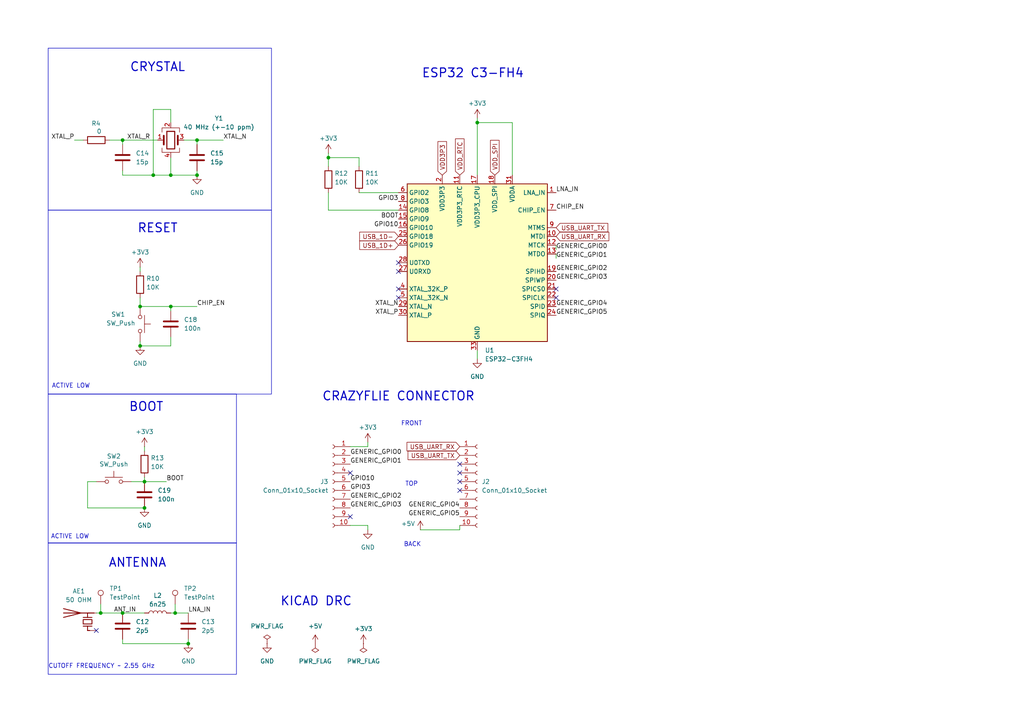
<source format=kicad_sch>
(kicad_sch
	(version 20250114)
	(generator "eeschema")
	(generator_version "9.0")
	(uuid "5f183e49-6485-4265-aa7e-a6e2883c44fe")
	(paper "A4")
	(title_block
		(title "ESP32C3 EXPANSION BOARD")
		(date "2025-06-19")
		(rev "V1")
		(company "CARLETON UNIVERSITY")
	)
	(lib_symbols
		(symbol "Connector:Conn_01x10_Socket"
			(pin_names
				(offset 1.016)
				(hide yes)
			)
			(exclude_from_sim no)
			(in_bom yes)
			(on_board yes)
			(property "Reference" "J"
				(at 0 12.7 0)
				(effects
					(font
						(size 1.27 1.27)
					)
				)
			)
			(property "Value" "Conn_01x10_Socket"
				(at 0 -15.24 0)
				(effects
					(font
						(size 1.27 1.27)
					)
				)
			)
			(property "Footprint" ""
				(at 0 0 0)
				(effects
					(font
						(size 1.27 1.27)
					)
					(hide yes)
				)
			)
			(property "Datasheet" "~"
				(at 0 0 0)
				(effects
					(font
						(size 1.27 1.27)
					)
					(hide yes)
				)
			)
			(property "Description" "Generic connector, single row, 01x10, script generated"
				(at 0 0 0)
				(effects
					(font
						(size 1.27 1.27)
					)
					(hide yes)
				)
			)
			(property "ki_locked" ""
				(at 0 0 0)
				(effects
					(font
						(size 1.27 1.27)
					)
				)
			)
			(property "ki_keywords" "connector"
				(at 0 0 0)
				(effects
					(font
						(size 1.27 1.27)
					)
					(hide yes)
				)
			)
			(property "ki_fp_filters" "Connector*:*_1x??_*"
				(at 0 0 0)
				(effects
					(font
						(size 1.27 1.27)
					)
					(hide yes)
				)
			)
			(symbol "Conn_01x10_Socket_1_1"
				(polyline
					(pts
						(xy -1.27 10.16) (xy -0.508 10.16)
					)
					(stroke
						(width 0.1524)
						(type default)
					)
					(fill
						(type none)
					)
				)
				(polyline
					(pts
						(xy -1.27 7.62) (xy -0.508 7.62)
					)
					(stroke
						(width 0.1524)
						(type default)
					)
					(fill
						(type none)
					)
				)
				(polyline
					(pts
						(xy -1.27 5.08) (xy -0.508 5.08)
					)
					(stroke
						(width 0.1524)
						(type default)
					)
					(fill
						(type none)
					)
				)
				(polyline
					(pts
						(xy -1.27 2.54) (xy -0.508 2.54)
					)
					(stroke
						(width 0.1524)
						(type default)
					)
					(fill
						(type none)
					)
				)
				(polyline
					(pts
						(xy -1.27 0) (xy -0.508 0)
					)
					(stroke
						(width 0.1524)
						(type default)
					)
					(fill
						(type none)
					)
				)
				(polyline
					(pts
						(xy -1.27 -2.54) (xy -0.508 -2.54)
					)
					(stroke
						(width 0.1524)
						(type default)
					)
					(fill
						(type none)
					)
				)
				(polyline
					(pts
						(xy -1.27 -5.08) (xy -0.508 -5.08)
					)
					(stroke
						(width 0.1524)
						(type default)
					)
					(fill
						(type none)
					)
				)
				(polyline
					(pts
						(xy -1.27 -7.62) (xy -0.508 -7.62)
					)
					(stroke
						(width 0.1524)
						(type default)
					)
					(fill
						(type none)
					)
				)
				(polyline
					(pts
						(xy -1.27 -10.16) (xy -0.508 -10.16)
					)
					(stroke
						(width 0.1524)
						(type default)
					)
					(fill
						(type none)
					)
				)
				(polyline
					(pts
						(xy -1.27 -12.7) (xy -0.508 -12.7)
					)
					(stroke
						(width 0.1524)
						(type default)
					)
					(fill
						(type none)
					)
				)
				(arc
					(start 0 9.652)
					(mid -0.5058 10.16)
					(end 0 10.668)
					(stroke
						(width 0.1524)
						(type default)
					)
					(fill
						(type none)
					)
				)
				(arc
					(start 0 7.112)
					(mid -0.5058 7.62)
					(end 0 8.128)
					(stroke
						(width 0.1524)
						(type default)
					)
					(fill
						(type none)
					)
				)
				(arc
					(start 0 4.572)
					(mid -0.5058 5.08)
					(end 0 5.588)
					(stroke
						(width 0.1524)
						(type default)
					)
					(fill
						(type none)
					)
				)
				(arc
					(start 0 2.032)
					(mid -0.5058 2.54)
					(end 0 3.048)
					(stroke
						(width 0.1524)
						(type default)
					)
					(fill
						(type none)
					)
				)
				(arc
					(start 0 -0.508)
					(mid -0.5058 0)
					(end 0 0.508)
					(stroke
						(width 0.1524)
						(type default)
					)
					(fill
						(type none)
					)
				)
				(arc
					(start 0 -3.048)
					(mid -0.5058 -2.54)
					(end 0 -2.032)
					(stroke
						(width 0.1524)
						(type default)
					)
					(fill
						(type none)
					)
				)
				(arc
					(start 0 -5.588)
					(mid -0.5058 -5.08)
					(end 0 -4.572)
					(stroke
						(width 0.1524)
						(type default)
					)
					(fill
						(type none)
					)
				)
				(arc
					(start 0 -8.128)
					(mid -0.5058 -7.62)
					(end 0 -7.112)
					(stroke
						(width 0.1524)
						(type default)
					)
					(fill
						(type none)
					)
				)
				(arc
					(start 0 -10.668)
					(mid -0.5058 -10.16)
					(end 0 -9.652)
					(stroke
						(width 0.1524)
						(type default)
					)
					(fill
						(type none)
					)
				)
				(arc
					(start 0 -13.208)
					(mid -0.5058 -12.7)
					(end 0 -12.192)
					(stroke
						(width 0.1524)
						(type default)
					)
					(fill
						(type none)
					)
				)
				(pin passive line
					(at -5.08 10.16 0)
					(length 3.81)
					(name "Pin_1"
						(effects
							(font
								(size 1.27 1.27)
							)
						)
					)
					(number "1"
						(effects
							(font
								(size 1.27 1.27)
							)
						)
					)
				)
				(pin passive line
					(at -5.08 7.62 0)
					(length 3.81)
					(name "Pin_2"
						(effects
							(font
								(size 1.27 1.27)
							)
						)
					)
					(number "2"
						(effects
							(font
								(size 1.27 1.27)
							)
						)
					)
				)
				(pin passive line
					(at -5.08 5.08 0)
					(length 3.81)
					(name "Pin_3"
						(effects
							(font
								(size 1.27 1.27)
							)
						)
					)
					(number "3"
						(effects
							(font
								(size 1.27 1.27)
							)
						)
					)
				)
				(pin passive line
					(at -5.08 2.54 0)
					(length 3.81)
					(name "Pin_4"
						(effects
							(font
								(size 1.27 1.27)
							)
						)
					)
					(number "4"
						(effects
							(font
								(size 1.27 1.27)
							)
						)
					)
				)
				(pin passive line
					(at -5.08 0 0)
					(length 3.81)
					(name "Pin_5"
						(effects
							(font
								(size 1.27 1.27)
							)
						)
					)
					(number "5"
						(effects
							(font
								(size 1.27 1.27)
							)
						)
					)
				)
				(pin passive line
					(at -5.08 -2.54 0)
					(length 3.81)
					(name "Pin_6"
						(effects
							(font
								(size 1.27 1.27)
							)
						)
					)
					(number "6"
						(effects
							(font
								(size 1.27 1.27)
							)
						)
					)
				)
				(pin passive line
					(at -5.08 -5.08 0)
					(length 3.81)
					(name "Pin_7"
						(effects
							(font
								(size 1.27 1.27)
							)
						)
					)
					(number "7"
						(effects
							(font
								(size 1.27 1.27)
							)
						)
					)
				)
				(pin passive line
					(at -5.08 -7.62 0)
					(length 3.81)
					(name "Pin_8"
						(effects
							(font
								(size 1.27 1.27)
							)
						)
					)
					(number "8"
						(effects
							(font
								(size 1.27 1.27)
							)
						)
					)
				)
				(pin passive line
					(at -5.08 -10.16 0)
					(length 3.81)
					(name "Pin_9"
						(effects
							(font
								(size 1.27 1.27)
							)
						)
					)
					(number "9"
						(effects
							(font
								(size 1.27 1.27)
							)
						)
					)
				)
				(pin passive line
					(at -5.08 -12.7 0)
					(length 3.81)
					(name "Pin_10"
						(effects
							(font
								(size 1.27 1.27)
							)
						)
					)
					(number "10"
						(effects
							(font
								(size 1.27 1.27)
							)
						)
					)
				)
			)
			(embedded_fonts no)
		)
		(symbol "Connector:TestPoint"
			(pin_numbers
				(hide yes)
			)
			(pin_names
				(offset 0.762)
				(hide yes)
			)
			(exclude_from_sim no)
			(in_bom yes)
			(on_board yes)
			(property "Reference" "TP"
				(at 0 6.858 0)
				(effects
					(font
						(size 1.27 1.27)
					)
				)
			)
			(property "Value" "TestPoint"
				(at 0 5.08 0)
				(effects
					(font
						(size 1.27 1.27)
					)
				)
			)
			(property "Footprint" ""
				(at 5.08 0 0)
				(effects
					(font
						(size 1.27 1.27)
					)
					(hide yes)
				)
			)
			(property "Datasheet" "~"
				(at 5.08 0 0)
				(effects
					(font
						(size 1.27 1.27)
					)
					(hide yes)
				)
			)
			(property "Description" "test point"
				(at 0 0 0)
				(effects
					(font
						(size 1.27 1.27)
					)
					(hide yes)
				)
			)
			(property "ki_keywords" "test point tp"
				(at 0 0 0)
				(effects
					(font
						(size 1.27 1.27)
					)
					(hide yes)
				)
			)
			(property "ki_fp_filters" "Pin* Test*"
				(at 0 0 0)
				(effects
					(font
						(size 1.27 1.27)
					)
					(hide yes)
				)
			)
			(symbol "TestPoint_0_1"
				(circle
					(center 0 3.302)
					(radius 0.762)
					(stroke
						(width 0)
						(type default)
					)
					(fill
						(type none)
					)
				)
			)
			(symbol "TestPoint_1_1"
				(pin passive line
					(at 0 0 90)
					(length 2.54)
					(name "1"
						(effects
							(font
								(size 1.27 1.27)
							)
						)
					)
					(number "1"
						(effects
							(font
								(size 1.27 1.27)
							)
						)
					)
				)
			)
			(embedded_fonts no)
		)
		(symbol "Device:Antenna_Chip"
			(pin_numbers
				(hide yes)
			)
			(pin_names
				(offset 1.016)
				(hide yes)
			)
			(exclude_from_sim no)
			(in_bom yes)
			(on_board yes)
			(property "Reference" "AE"
				(at 0 5.08 0)
				(effects
					(font
						(size 1.27 1.27)
					)
					(justify right)
				)
			)
			(property "Value" "Antenna_Chip"
				(at 0 3.175 0)
				(effects
					(font
						(size 1.27 1.27)
					)
					(justify right)
				)
			)
			(property "Footprint" ""
				(at -2.54 4.445 0)
				(effects
					(font
						(size 1.27 1.27)
					)
					(hide yes)
				)
			)
			(property "Datasheet" "~"
				(at -2.54 4.445 0)
				(effects
					(font
						(size 1.27 1.27)
					)
					(hide yes)
				)
			)
			(property "Description" "Ceramic chip antenna with pin for PCB trace"
				(at 0 0 0)
				(effects
					(font
						(size 1.27 1.27)
					)
					(hide yes)
				)
			)
			(property "ki_keywords" "antenna"
				(at 0 0 0)
				(effects
					(font
						(size 1.27 1.27)
					)
					(hide yes)
				)
			)
			(symbol "Antenna_Chip_0_1"
				(polyline
					(pts
						(xy -2.54 0) (xy -2.54 -0.635)
					)
					(stroke
						(width 0.254)
						(type default)
					)
					(fill
						(type none)
					)
				)
				(polyline
					(pts
						(xy -2.54 0) (xy -1.27 0)
					)
					(stroke
						(width 0.254)
						(type default)
					)
					(fill
						(type none)
					)
				)
				(polyline
					(pts
						(xy -1.27 1.27) (xy -1.27 -1.27) (xy -1.27 0)
					)
					(stroke
						(width 0.254)
						(type default)
					)
					(fill
						(type none)
					)
				)
				(polyline
					(pts
						(xy -0.635 1.27) (xy 0.635 1.27) (xy 0.635 -1.27) (xy -0.635 -1.27) (xy -0.635 1.27)
					)
					(stroke
						(width 0.254)
						(type default)
					)
					(fill
						(type none)
					)
				)
				(polyline
					(pts
						(xy 1.27 1.27) (xy 1.27 -1.27)
					)
					(stroke
						(width 0.254)
						(type default)
					)
					(fill
						(type none)
					)
				)
				(polyline
					(pts
						(xy 1.27 0) (xy 2.54 0)
					)
					(stroke
						(width 0.254)
						(type default)
					)
					(fill
						(type none)
					)
				)
				(polyline
					(pts
						(xy 2.54 6.985) (xy 2.54 -1.905)
					)
					(stroke
						(width 0.254)
						(type default)
					)
					(fill
						(type none)
					)
				)
				(polyline
					(pts
						(xy 2.54 -0.635) (xy 2.54 0)
					)
					(stroke
						(width 0)
						(type default)
					)
					(fill
						(type none)
					)
				)
				(polyline
					(pts
						(xy 3.81 6.985) (xy 2.54 1.905) (xy 1.27 6.985)
					)
					(stroke
						(width 0.254)
						(type default)
					)
					(fill
						(type none)
					)
				)
			)
			(symbol "Antenna_Chip_1_1"
				(pin input line
					(at -2.54 -2.54 90)
					(length 2.54)
					(name "FEED"
						(effects
							(font
								(size 1.27 1.27)
							)
						)
					)
					(number "1"
						(effects
							(font
								(size 1.27 1.27)
							)
						)
					)
				)
				(pin passive line
					(at 2.54 -2.54 90)
					(length 2.54)
					(name "PCB_Trace"
						(effects
							(font
								(size 1.27 1.27)
							)
						)
					)
					(number "2"
						(effects
							(font
								(size 1.27 1.27)
							)
						)
					)
				)
			)
			(embedded_fonts no)
		)
		(symbol "Device:C"
			(pin_numbers
				(hide yes)
			)
			(pin_names
				(offset 0.254)
			)
			(exclude_from_sim no)
			(in_bom yes)
			(on_board yes)
			(property "Reference" "C"
				(at 0.635 2.54 0)
				(effects
					(font
						(size 1.27 1.27)
					)
					(justify left)
				)
			)
			(property "Value" "C"
				(at 0.635 -2.54 0)
				(effects
					(font
						(size 1.27 1.27)
					)
					(justify left)
				)
			)
			(property "Footprint" ""
				(at 0.9652 -3.81 0)
				(effects
					(font
						(size 1.27 1.27)
					)
					(hide yes)
				)
			)
			(property "Datasheet" "~"
				(at 0 0 0)
				(effects
					(font
						(size 1.27 1.27)
					)
					(hide yes)
				)
			)
			(property "Description" "Unpolarized capacitor"
				(at 0 0 0)
				(effects
					(font
						(size 1.27 1.27)
					)
					(hide yes)
				)
			)
			(property "ki_keywords" "cap capacitor"
				(at 0 0 0)
				(effects
					(font
						(size 1.27 1.27)
					)
					(hide yes)
				)
			)
			(property "ki_fp_filters" "C_*"
				(at 0 0 0)
				(effects
					(font
						(size 1.27 1.27)
					)
					(hide yes)
				)
			)
			(symbol "C_0_1"
				(polyline
					(pts
						(xy -2.032 0.762) (xy 2.032 0.762)
					)
					(stroke
						(width 0.508)
						(type default)
					)
					(fill
						(type none)
					)
				)
				(polyline
					(pts
						(xy -2.032 -0.762) (xy 2.032 -0.762)
					)
					(stroke
						(width 0.508)
						(type default)
					)
					(fill
						(type none)
					)
				)
			)
			(symbol "C_1_1"
				(pin passive line
					(at 0 3.81 270)
					(length 2.794)
					(name "~"
						(effects
							(font
								(size 1.27 1.27)
							)
						)
					)
					(number "1"
						(effects
							(font
								(size 1.27 1.27)
							)
						)
					)
				)
				(pin passive line
					(at 0 -3.81 90)
					(length 2.794)
					(name "~"
						(effects
							(font
								(size 1.27 1.27)
							)
						)
					)
					(number "2"
						(effects
							(font
								(size 1.27 1.27)
							)
						)
					)
				)
			)
			(embedded_fonts no)
		)
		(symbol "Device:Crystal_GND24"
			(pin_names
				(offset 1.016)
				(hide yes)
			)
			(exclude_from_sim no)
			(in_bom yes)
			(on_board yes)
			(property "Reference" "Y"
				(at 3.175 5.08 0)
				(effects
					(font
						(size 1.27 1.27)
					)
					(justify left)
				)
			)
			(property "Value" "Crystal_GND24"
				(at 3.175 3.175 0)
				(effects
					(font
						(size 1.27 1.27)
					)
					(justify left)
				)
			)
			(property "Footprint" ""
				(at 0 0 0)
				(effects
					(font
						(size 1.27 1.27)
					)
					(hide yes)
				)
			)
			(property "Datasheet" "~"
				(at 0 0 0)
				(effects
					(font
						(size 1.27 1.27)
					)
					(hide yes)
				)
			)
			(property "Description" "Four pin crystal, GND on pins 2 and 4"
				(at 0 0 0)
				(effects
					(font
						(size 1.27 1.27)
					)
					(hide yes)
				)
			)
			(property "ki_keywords" "quartz ceramic resonator oscillator"
				(at 0 0 0)
				(effects
					(font
						(size 1.27 1.27)
					)
					(hide yes)
				)
			)
			(property "ki_fp_filters" "Crystal*"
				(at 0 0 0)
				(effects
					(font
						(size 1.27 1.27)
					)
					(hide yes)
				)
			)
			(symbol "Crystal_GND24_0_1"
				(polyline
					(pts
						(xy -2.54 2.286) (xy -2.54 3.556) (xy 2.54 3.556) (xy 2.54 2.286)
					)
					(stroke
						(width 0)
						(type default)
					)
					(fill
						(type none)
					)
				)
				(polyline
					(pts
						(xy -2.54 0) (xy -2.032 0)
					)
					(stroke
						(width 0)
						(type default)
					)
					(fill
						(type none)
					)
				)
				(polyline
					(pts
						(xy -2.54 -2.286) (xy -2.54 -3.556) (xy 2.54 -3.556) (xy 2.54 -2.286)
					)
					(stroke
						(width 0)
						(type default)
					)
					(fill
						(type none)
					)
				)
				(polyline
					(pts
						(xy -2.032 -1.27) (xy -2.032 1.27)
					)
					(stroke
						(width 0.508)
						(type default)
					)
					(fill
						(type none)
					)
				)
				(rectangle
					(start -1.143 2.54)
					(end 1.143 -2.54)
					(stroke
						(width 0.3048)
						(type default)
					)
					(fill
						(type none)
					)
				)
				(polyline
					(pts
						(xy 0 3.556) (xy 0 3.81)
					)
					(stroke
						(width 0)
						(type default)
					)
					(fill
						(type none)
					)
				)
				(polyline
					(pts
						(xy 0 -3.81) (xy 0 -3.556)
					)
					(stroke
						(width 0)
						(type default)
					)
					(fill
						(type none)
					)
				)
				(polyline
					(pts
						(xy 2.032 0) (xy 2.54 0)
					)
					(stroke
						(width 0)
						(type default)
					)
					(fill
						(type none)
					)
				)
				(polyline
					(pts
						(xy 2.032 -1.27) (xy 2.032 1.27)
					)
					(stroke
						(width 0.508)
						(type default)
					)
					(fill
						(type none)
					)
				)
			)
			(symbol "Crystal_GND24_1_1"
				(pin passive line
					(at -3.81 0 0)
					(length 1.27)
					(name "1"
						(effects
							(font
								(size 1.27 1.27)
							)
						)
					)
					(number "1"
						(effects
							(font
								(size 1.27 1.27)
							)
						)
					)
				)
				(pin passive line
					(at 0 5.08 270)
					(length 1.27)
					(name "2"
						(effects
							(font
								(size 1.27 1.27)
							)
						)
					)
					(number "2"
						(effects
							(font
								(size 1.27 1.27)
							)
						)
					)
				)
				(pin passive line
					(at 0 -5.08 90)
					(length 1.27)
					(name "4"
						(effects
							(font
								(size 1.27 1.27)
							)
						)
					)
					(number "4"
						(effects
							(font
								(size 1.27 1.27)
							)
						)
					)
				)
				(pin passive line
					(at 3.81 0 180)
					(length 1.27)
					(name "3"
						(effects
							(font
								(size 1.27 1.27)
							)
						)
					)
					(number "3"
						(effects
							(font
								(size 1.27 1.27)
							)
						)
					)
				)
			)
			(embedded_fonts no)
		)
		(symbol "Device:L"
			(pin_numbers
				(hide yes)
			)
			(pin_names
				(offset 1.016)
				(hide yes)
			)
			(exclude_from_sim no)
			(in_bom yes)
			(on_board yes)
			(property "Reference" "L"
				(at -1.27 0 90)
				(effects
					(font
						(size 1.27 1.27)
					)
				)
			)
			(property "Value" "L"
				(at 1.905 0 90)
				(effects
					(font
						(size 1.27 1.27)
					)
				)
			)
			(property "Footprint" ""
				(at 0 0 0)
				(effects
					(font
						(size 1.27 1.27)
					)
					(hide yes)
				)
			)
			(property "Datasheet" "~"
				(at 0 0 0)
				(effects
					(font
						(size 1.27 1.27)
					)
					(hide yes)
				)
			)
			(property "Description" "Inductor"
				(at 0 0 0)
				(effects
					(font
						(size 1.27 1.27)
					)
					(hide yes)
				)
			)
			(property "ki_keywords" "inductor choke coil reactor magnetic"
				(at 0 0 0)
				(effects
					(font
						(size 1.27 1.27)
					)
					(hide yes)
				)
			)
			(property "ki_fp_filters" "Choke_* *Coil* Inductor_* L_*"
				(at 0 0 0)
				(effects
					(font
						(size 1.27 1.27)
					)
					(hide yes)
				)
			)
			(symbol "L_0_1"
				(arc
					(start 0 2.54)
					(mid 0.6323 1.905)
					(end 0 1.27)
					(stroke
						(width 0)
						(type default)
					)
					(fill
						(type none)
					)
				)
				(arc
					(start 0 1.27)
					(mid 0.6323 0.635)
					(end 0 0)
					(stroke
						(width 0)
						(type default)
					)
					(fill
						(type none)
					)
				)
				(arc
					(start 0 0)
					(mid 0.6323 -0.635)
					(end 0 -1.27)
					(stroke
						(width 0)
						(type default)
					)
					(fill
						(type none)
					)
				)
				(arc
					(start 0 -1.27)
					(mid 0.6323 -1.905)
					(end 0 -2.54)
					(stroke
						(width 0)
						(type default)
					)
					(fill
						(type none)
					)
				)
			)
			(symbol "L_1_1"
				(pin passive line
					(at 0 3.81 270)
					(length 1.27)
					(name "1"
						(effects
							(font
								(size 1.27 1.27)
							)
						)
					)
					(number "1"
						(effects
							(font
								(size 1.27 1.27)
							)
						)
					)
				)
				(pin passive line
					(at 0 -3.81 90)
					(length 1.27)
					(name "2"
						(effects
							(font
								(size 1.27 1.27)
							)
						)
					)
					(number "2"
						(effects
							(font
								(size 1.27 1.27)
							)
						)
					)
				)
			)
			(embedded_fonts no)
		)
		(symbol "Device:R"
			(pin_numbers
				(hide yes)
			)
			(pin_names
				(offset 0)
			)
			(exclude_from_sim no)
			(in_bom yes)
			(on_board yes)
			(property "Reference" "R"
				(at 2.032 0 90)
				(effects
					(font
						(size 1.27 1.27)
					)
				)
			)
			(property "Value" "R"
				(at 0 0 90)
				(effects
					(font
						(size 1.27 1.27)
					)
				)
			)
			(property "Footprint" ""
				(at -1.778 0 90)
				(effects
					(font
						(size 1.27 1.27)
					)
					(hide yes)
				)
			)
			(property "Datasheet" "~"
				(at 0 0 0)
				(effects
					(font
						(size 1.27 1.27)
					)
					(hide yes)
				)
			)
			(property "Description" "Resistor"
				(at 0 0 0)
				(effects
					(font
						(size 1.27 1.27)
					)
					(hide yes)
				)
			)
			(property "ki_keywords" "R res resistor"
				(at 0 0 0)
				(effects
					(font
						(size 1.27 1.27)
					)
					(hide yes)
				)
			)
			(property "ki_fp_filters" "R_*"
				(at 0 0 0)
				(effects
					(font
						(size 1.27 1.27)
					)
					(hide yes)
				)
			)
			(symbol "R_0_1"
				(rectangle
					(start -1.016 -2.54)
					(end 1.016 2.54)
					(stroke
						(width 0.254)
						(type default)
					)
					(fill
						(type none)
					)
				)
			)
			(symbol "R_1_1"
				(pin passive line
					(at 0 3.81 270)
					(length 1.27)
					(name "~"
						(effects
							(font
								(size 1.27 1.27)
							)
						)
					)
					(number "1"
						(effects
							(font
								(size 1.27 1.27)
							)
						)
					)
				)
				(pin passive line
					(at 0 -3.81 90)
					(length 1.27)
					(name "~"
						(effects
							(font
								(size 1.27 1.27)
							)
						)
					)
					(number "2"
						(effects
							(font
								(size 1.27 1.27)
							)
						)
					)
				)
			)
			(embedded_fonts no)
		)
		(symbol "MCU_Espressif:ESP32-C3"
			(exclude_from_sim no)
			(in_bom yes)
			(on_board yes)
			(property "Reference" "U"
				(at -17.272 23.876 0)
				(effects
					(font
						(size 1.27 1.27)
					)
				)
			)
			(property "Value" "ESP32-C3"
				(at 16.256 23.876 0)
				(effects
					(font
						(size 1.27 1.27)
					)
				)
			)
			(property "Footprint" "Package_DFN_QFN:QFN-32-1EP_5x5mm_P0.5mm_EP3.7x3.7mm"
				(at 0.508 0 0)
				(effects
					(font
						(size 1.27 1.27)
					)
					(hide yes)
				)
			)
			(property "Datasheet" "https://www.espressif.com/sites/default/files/documentation/esp32-c3_datasheet_en.pdf"
				(at 0.508 0 0)
				(effects
					(font
						(size 1.27 1.27)
					)
					(hide yes)
				)
			)
			(property "Description" "RF Module, ESP32 SoC, RISC-V, WiFi 802.11b/n/g, Bluetooth LE 5, QFN32"
				(at 0.508 0 0)
				(effects
					(font
						(size 1.27 1.27)
					)
					(hide yes)
				)
			)
			(property "ki_keywords" "WiFi BLE ESP32 Espressif"
				(at 0 0 0)
				(effects
					(font
						(size 1.27 1.27)
					)
					(hide yes)
				)
			)
			(property "ki_fp_filters" "QFN*1EP*5x5mm*P0.5mm*EP3.7x3.7mm*"
				(at 0 0 0)
				(effects
					(font
						(size 1.27 1.27)
					)
					(hide yes)
				)
			)
			(symbol "ESP32-C3_1_1"
				(rectangle
					(start -20.32 22.86)
					(end 20.32 -22.86)
					(stroke
						(width 0.254)
						(type default)
					)
					(fill
						(type background)
					)
				)
				(pin bidirectional line
					(at -22.86 20.32 0)
					(length 2.54)
					(name "GPIO2"
						(effects
							(font
								(size 1.27 1.27)
							)
						)
					)
					(number "6"
						(effects
							(font
								(size 1.27 1.27)
							)
						)
					)
				)
				(pin bidirectional line
					(at -22.86 17.78 0)
					(length 2.54)
					(name "GPIO3"
						(effects
							(font
								(size 1.27 1.27)
							)
						)
					)
					(number "8"
						(effects
							(font
								(size 1.27 1.27)
							)
						)
					)
				)
				(pin bidirectional line
					(at -22.86 15.24 0)
					(length 2.54)
					(name "GPIO8"
						(effects
							(font
								(size 1.27 1.27)
							)
						)
					)
					(number "14"
						(effects
							(font
								(size 1.27 1.27)
							)
						)
					)
				)
				(pin bidirectional line
					(at -22.86 12.7 0)
					(length 2.54)
					(name "GPIO9"
						(effects
							(font
								(size 1.27 1.27)
							)
						)
					)
					(number "15"
						(effects
							(font
								(size 1.27 1.27)
							)
						)
					)
				)
				(pin bidirectional line
					(at -22.86 10.16 0)
					(length 2.54)
					(name "GPIO10"
						(effects
							(font
								(size 1.27 1.27)
							)
						)
					)
					(number "16"
						(effects
							(font
								(size 1.27 1.27)
							)
						)
					)
				)
				(pin bidirectional line
					(at -22.86 7.62 0)
					(length 2.54)
					(name "GPIO18"
						(effects
							(font
								(size 1.27 1.27)
							)
						)
					)
					(number "25"
						(effects
							(font
								(size 1.27 1.27)
							)
						)
					)
				)
				(pin bidirectional line
					(at -22.86 5.08 0)
					(length 2.54)
					(name "GPIO19"
						(effects
							(font
								(size 1.27 1.27)
							)
						)
					)
					(number "26"
						(effects
							(font
								(size 1.27 1.27)
							)
						)
					)
				)
				(pin bidirectional line
					(at -22.86 0 0)
					(length 2.54)
					(name "U0TXD"
						(effects
							(font
								(size 1.27 1.27)
							)
						)
					)
					(number "28"
						(effects
							(font
								(size 1.27 1.27)
							)
						)
					)
				)
				(pin bidirectional line
					(at -22.86 -2.54 0)
					(length 2.54)
					(name "U0RXD"
						(effects
							(font
								(size 1.27 1.27)
							)
						)
					)
					(number "27"
						(effects
							(font
								(size 1.27 1.27)
							)
						)
					)
				)
				(pin bidirectional line
					(at -22.86 -7.62 0)
					(length 2.54)
					(name "XTAL_32K_P"
						(effects
							(font
								(size 1.27 1.27)
							)
						)
					)
					(number "4"
						(effects
							(font
								(size 1.27 1.27)
							)
						)
					)
				)
				(pin bidirectional line
					(at -22.86 -10.16 0)
					(length 2.54)
					(name "XTAL_32K_N"
						(effects
							(font
								(size 1.27 1.27)
							)
						)
					)
					(number "5"
						(effects
							(font
								(size 1.27 1.27)
							)
						)
					)
				)
				(pin bidirectional line
					(at -22.86 -12.7 0)
					(length 2.54)
					(name "XTAL_N"
						(effects
							(font
								(size 1.27 1.27)
							)
						)
					)
					(number "29"
						(effects
							(font
								(size 1.27 1.27)
							)
						)
					)
				)
				(pin bidirectional line
					(at -22.86 -15.24 0)
					(length 2.54)
					(name "XTAL_P"
						(effects
							(font
								(size 1.27 1.27)
							)
						)
					)
					(number "30"
						(effects
							(font
								(size 1.27 1.27)
							)
						)
					)
				)
				(pin power_in line
					(at -10.16 25.4 270)
					(length 2.54)
					(name "VDD3P3"
						(effects
							(font
								(size 1.27 1.27)
							)
						)
					)
					(number "2"
						(effects
							(font
								(size 1.27 1.27)
							)
						)
					)
				)
				(pin passive line
					(at -10.16 25.4 270)
					(length 2.54)
					(hide yes)
					(name "VDD3P3"
						(effects
							(font
								(size 1.27 1.27)
							)
						)
					)
					(number "3"
						(effects
							(font
								(size 1.27 1.27)
							)
						)
					)
				)
				(pin power_in line
					(at -5.08 25.4 270)
					(length 2.54)
					(name "VDD3P3_RTC"
						(effects
							(font
								(size 1.27 1.27)
							)
						)
					)
					(number "11"
						(effects
							(font
								(size 1.27 1.27)
							)
						)
					)
				)
				(pin power_in line
					(at 0 25.4 270)
					(length 2.54)
					(name "VDD3P3_CPU"
						(effects
							(font
								(size 1.27 1.27)
							)
						)
					)
					(number "17"
						(effects
							(font
								(size 1.27 1.27)
							)
						)
					)
				)
				(pin power_in line
					(at 0 -25.4 90)
					(length 2.54)
					(name "GND"
						(effects
							(font
								(size 1.27 1.27)
							)
						)
					)
					(number "33"
						(effects
							(font
								(size 1.27 1.27)
							)
						)
					)
				)
				(pin power_out line
					(at 5.08 25.4 270)
					(length 2.54)
					(name "VDD_SPI"
						(effects
							(font
								(size 1.27 1.27)
							)
						)
					)
					(number "18"
						(effects
							(font
								(size 1.27 1.27)
							)
						)
					)
				)
				(pin power_in line
					(at 10.16 25.4 270)
					(length 2.54)
					(name "VDDA"
						(effects
							(font
								(size 1.27 1.27)
							)
						)
					)
					(number "31"
						(effects
							(font
								(size 1.27 1.27)
							)
						)
					)
				)
				(pin passive line
					(at 10.16 25.4 270)
					(length 2.54)
					(hide yes)
					(name "VDDA"
						(effects
							(font
								(size 1.27 1.27)
							)
						)
					)
					(number "32"
						(effects
							(font
								(size 1.27 1.27)
							)
						)
					)
				)
				(pin bidirectional line
					(at 22.86 20.32 180)
					(length 2.54)
					(name "LNA_IN"
						(effects
							(font
								(size 1.27 1.27)
							)
						)
					)
					(number "1"
						(effects
							(font
								(size 1.27 1.27)
							)
						)
					)
				)
				(pin bidirectional line
					(at 22.86 15.24 180)
					(length 2.54)
					(name "CHIP_EN"
						(effects
							(font
								(size 1.27 1.27)
							)
						)
					)
					(number "7"
						(effects
							(font
								(size 1.27 1.27)
							)
						)
					)
				)
				(pin bidirectional line
					(at 22.86 10.16 180)
					(length 2.54)
					(name "MTMS"
						(effects
							(font
								(size 1.27 1.27)
							)
						)
					)
					(number "9"
						(effects
							(font
								(size 1.27 1.27)
							)
						)
					)
				)
				(pin bidirectional line
					(at 22.86 7.62 180)
					(length 2.54)
					(name "MTDI"
						(effects
							(font
								(size 1.27 1.27)
							)
						)
					)
					(number "10"
						(effects
							(font
								(size 1.27 1.27)
							)
						)
					)
				)
				(pin bidirectional line
					(at 22.86 5.08 180)
					(length 2.54)
					(name "MTCK"
						(effects
							(font
								(size 1.27 1.27)
							)
						)
					)
					(number "12"
						(effects
							(font
								(size 1.27 1.27)
							)
						)
					)
				)
				(pin bidirectional line
					(at 22.86 2.54 180)
					(length 2.54)
					(name "MTDO"
						(effects
							(font
								(size 1.27 1.27)
							)
						)
					)
					(number "13"
						(effects
							(font
								(size 1.27 1.27)
							)
						)
					)
				)
				(pin bidirectional line
					(at 22.86 -2.54 180)
					(length 2.54)
					(name "SPIHD"
						(effects
							(font
								(size 1.27 1.27)
							)
						)
					)
					(number "19"
						(effects
							(font
								(size 1.27 1.27)
							)
						)
					)
				)
				(pin bidirectional line
					(at 22.86 -5.08 180)
					(length 2.54)
					(name "SPIWP"
						(effects
							(font
								(size 1.27 1.27)
							)
						)
					)
					(number "20"
						(effects
							(font
								(size 1.27 1.27)
							)
						)
					)
				)
				(pin bidirectional line
					(at 22.86 -7.62 180)
					(length 2.54)
					(name "SPICS0"
						(effects
							(font
								(size 1.27 1.27)
							)
						)
					)
					(number "21"
						(effects
							(font
								(size 1.27 1.27)
							)
						)
					)
				)
				(pin bidirectional line
					(at 22.86 -10.16 180)
					(length 2.54)
					(name "SPICLK"
						(effects
							(font
								(size 1.27 1.27)
							)
						)
					)
					(number "22"
						(effects
							(font
								(size 1.27 1.27)
							)
						)
					)
				)
				(pin bidirectional line
					(at 22.86 -12.7 180)
					(length 2.54)
					(name "SPID"
						(effects
							(font
								(size 1.27 1.27)
							)
						)
					)
					(number "23"
						(effects
							(font
								(size 1.27 1.27)
							)
						)
					)
				)
				(pin bidirectional line
					(at 22.86 -15.24 180)
					(length 2.54)
					(name "SPIQ"
						(effects
							(font
								(size 1.27 1.27)
							)
						)
					)
					(number "24"
						(effects
							(font
								(size 1.27 1.27)
							)
						)
					)
				)
			)
			(embedded_fonts no)
		)
		(symbol "Switch:SW_Push"
			(pin_numbers
				(hide yes)
			)
			(pin_names
				(offset 1.016)
				(hide yes)
			)
			(exclude_from_sim no)
			(in_bom yes)
			(on_board yes)
			(property "Reference" "SW"
				(at 1.27 2.54 0)
				(effects
					(font
						(size 1.27 1.27)
					)
					(justify left)
				)
			)
			(property "Value" "SW_Push"
				(at 0 -1.524 0)
				(effects
					(font
						(size 1.27 1.27)
					)
				)
			)
			(property "Footprint" ""
				(at 0 5.08 0)
				(effects
					(font
						(size 1.27 1.27)
					)
					(hide yes)
				)
			)
			(property "Datasheet" "~"
				(at 0 5.08 0)
				(effects
					(font
						(size 1.27 1.27)
					)
					(hide yes)
				)
			)
			(property "Description" "Push button switch, generic, two pins"
				(at 0 0 0)
				(effects
					(font
						(size 1.27 1.27)
					)
					(hide yes)
				)
			)
			(property "ki_keywords" "switch normally-open pushbutton push-button"
				(at 0 0 0)
				(effects
					(font
						(size 1.27 1.27)
					)
					(hide yes)
				)
			)
			(symbol "SW_Push_0_1"
				(circle
					(center -2.032 0)
					(radius 0.508)
					(stroke
						(width 0)
						(type default)
					)
					(fill
						(type none)
					)
				)
				(polyline
					(pts
						(xy 0 1.27) (xy 0 3.048)
					)
					(stroke
						(width 0)
						(type default)
					)
					(fill
						(type none)
					)
				)
				(circle
					(center 2.032 0)
					(radius 0.508)
					(stroke
						(width 0)
						(type default)
					)
					(fill
						(type none)
					)
				)
				(polyline
					(pts
						(xy 2.54 1.27) (xy -2.54 1.27)
					)
					(stroke
						(width 0)
						(type default)
					)
					(fill
						(type none)
					)
				)
				(pin passive line
					(at -5.08 0 0)
					(length 2.54)
					(name "1"
						(effects
							(font
								(size 1.27 1.27)
							)
						)
					)
					(number "1"
						(effects
							(font
								(size 1.27 1.27)
							)
						)
					)
				)
				(pin passive line
					(at 5.08 0 180)
					(length 2.54)
					(name "2"
						(effects
							(font
								(size 1.27 1.27)
							)
						)
					)
					(number "2"
						(effects
							(font
								(size 1.27 1.27)
							)
						)
					)
				)
			)
			(embedded_fonts no)
		)
		(symbol "power:+3V3"
			(power)
			(pin_numbers
				(hide yes)
			)
			(pin_names
				(offset 0)
				(hide yes)
			)
			(exclude_from_sim no)
			(in_bom yes)
			(on_board yes)
			(property "Reference" "#PWR"
				(at 0 -3.81 0)
				(effects
					(font
						(size 1.27 1.27)
					)
					(hide yes)
				)
			)
			(property "Value" "+3V3"
				(at 0 3.556 0)
				(effects
					(font
						(size 1.27 1.27)
					)
				)
			)
			(property "Footprint" ""
				(at 0 0 0)
				(effects
					(font
						(size 1.27 1.27)
					)
					(hide yes)
				)
			)
			(property "Datasheet" ""
				(at 0 0 0)
				(effects
					(font
						(size 1.27 1.27)
					)
					(hide yes)
				)
			)
			(property "Description" "Power symbol creates a global label with name \"+3V3\""
				(at 0 0 0)
				(effects
					(font
						(size 1.27 1.27)
					)
					(hide yes)
				)
			)
			(property "ki_keywords" "global power"
				(at 0 0 0)
				(effects
					(font
						(size 1.27 1.27)
					)
					(hide yes)
				)
			)
			(symbol "+3V3_0_1"
				(polyline
					(pts
						(xy -0.762 1.27) (xy 0 2.54)
					)
					(stroke
						(width 0)
						(type default)
					)
					(fill
						(type none)
					)
				)
				(polyline
					(pts
						(xy 0 2.54) (xy 0.762 1.27)
					)
					(stroke
						(width 0)
						(type default)
					)
					(fill
						(type none)
					)
				)
				(polyline
					(pts
						(xy 0 0) (xy 0 2.54)
					)
					(stroke
						(width 0)
						(type default)
					)
					(fill
						(type none)
					)
				)
			)
			(symbol "+3V3_1_1"
				(pin power_in line
					(at 0 0 90)
					(length 0)
					(name "~"
						(effects
							(font
								(size 1.27 1.27)
							)
						)
					)
					(number "1"
						(effects
							(font
								(size 1.27 1.27)
							)
						)
					)
				)
			)
			(embedded_fonts no)
		)
		(symbol "power:+5V"
			(power)
			(pin_numbers
				(hide yes)
			)
			(pin_names
				(offset 0)
				(hide yes)
			)
			(exclude_from_sim no)
			(in_bom yes)
			(on_board yes)
			(property "Reference" "#PWR"
				(at 0 -3.81 0)
				(effects
					(font
						(size 1.27 1.27)
					)
					(hide yes)
				)
			)
			(property "Value" "+5V"
				(at 0 3.556 0)
				(effects
					(font
						(size 1.27 1.27)
					)
				)
			)
			(property "Footprint" ""
				(at 0 0 0)
				(effects
					(font
						(size 1.27 1.27)
					)
					(hide yes)
				)
			)
			(property "Datasheet" ""
				(at 0 0 0)
				(effects
					(font
						(size 1.27 1.27)
					)
					(hide yes)
				)
			)
			(property "Description" "Power symbol creates a global label with name \"+5V\""
				(at 0 0 0)
				(effects
					(font
						(size 1.27 1.27)
					)
					(hide yes)
				)
			)
			(property "ki_keywords" "global power"
				(at 0 0 0)
				(effects
					(font
						(size 1.27 1.27)
					)
					(hide yes)
				)
			)
			(symbol "+5V_0_1"
				(polyline
					(pts
						(xy -0.762 1.27) (xy 0 2.54)
					)
					(stroke
						(width 0)
						(type default)
					)
					(fill
						(type none)
					)
				)
				(polyline
					(pts
						(xy 0 2.54) (xy 0.762 1.27)
					)
					(stroke
						(width 0)
						(type default)
					)
					(fill
						(type none)
					)
				)
				(polyline
					(pts
						(xy 0 0) (xy 0 2.54)
					)
					(stroke
						(width 0)
						(type default)
					)
					(fill
						(type none)
					)
				)
			)
			(symbol "+5V_1_1"
				(pin power_in line
					(at 0 0 90)
					(length 0)
					(name "~"
						(effects
							(font
								(size 1.27 1.27)
							)
						)
					)
					(number "1"
						(effects
							(font
								(size 1.27 1.27)
							)
						)
					)
				)
			)
			(embedded_fonts no)
		)
		(symbol "power:GND"
			(power)
			(pin_numbers
				(hide yes)
			)
			(pin_names
				(offset 0)
				(hide yes)
			)
			(exclude_from_sim no)
			(in_bom yes)
			(on_board yes)
			(property "Reference" "#PWR"
				(at 0 -6.35 0)
				(effects
					(font
						(size 1.27 1.27)
					)
					(hide yes)
				)
			)
			(property "Value" "GND"
				(at 0 -3.81 0)
				(effects
					(font
						(size 1.27 1.27)
					)
				)
			)
			(property "Footprint" ""
				(at 0 0 0)
				(effects
					(font
						(size 1.27 1.27)
					)
					(hide yes)
				)
			)
			(property "Datasheet" ""
				(at 0 0 0)
				(effects
					(font
						(size 1.27 1.27)
					)
					(hide yes)
				)
			)
			(property "Description" "Power symbol creates a global label with name \"GND\" , ground"
				(at 0 0 0)
				(effects
					(font
						(size 1.27 1.27)
					)
					(hide yes)
				)
			)
			(property "ki_keywords" "global power"
				(at 0 0 0)
				(effects
					(font
						(size 1.27 1.27)
					)
					(hide yes)
				)
			)
			(symbol "GND_0_1"
				(polyline
					(pts
						(xy 0 0) (xy 0 -1.27) (xy 1.27 -1.27) (xy 0 -2.54) (xy -1.27 -1.27) (xy 0 -1.27)
					)
					(stroke
						(width 0)
						(type default)
					)
					(fill
						(type none)
					)
				)
			)
			(symbol "GND_1_1"
				(pin power_in line
					(at 0 0 270)
					(length 0)
					(name "~"
						(effects
							(font
								(size 1.27 1.27)
							)
						)
					)
					(number "1"
						(effects
							(font
								(size 1.27 1.27)
							)
						)
					)
				)
			)
			(embedded_fonts no)
		)
		(symbol "power:PWR_FLAG"
			(power)
			(pin_numbers
				(hide yes)
			)
			(pin_names
				(offset 0)
				(hide yes)
			)
			(exclude_from_sim no)
			(in_bom yes)
			(on_board yes)
			(property "Reference" "#FLG"
				(at 0 1.905 0)
				(effects
					(font
						(size 1.27 1.27)
					)
					(hide yes)
				)
			)
			(property "Value" "PWR_FLAG"
				(at 0 3.81 0)
				(effects
					(font
						(size 1.27 1.27)
					)
				)
			)
			(property "Footprint" ""
				(at 0 0 0)
				(effects
					(font
						(size 1.27 1.27)
					)
					(hide yes)
				)
			)
			(property "Datasheet" "~"
				(at 0 0 0)
				(effects
					(font
						(size 1.27 1.27)
					)
					(hide yes)
				)
			)
			(property "Description" "Special symbol for telling ERC where power comes from"
				(at 0 0 0)
				(effects
					(font
						(size 1.27 1.27)
					)
					(hide yes)
				)
			)
			(property "ki_keywords" "flag power"
				(at 0 0 0)
				(effects
					(font
						(size 1.27 1.27)
					)
					(hide yes)
				)
			)
			(symbol "PWR_FLAG_0_0"
				(pin power_out line
					(at 0 0 90)
					(length 0)
					(name "~"
						(effects
							(font
								(size 1.27 1.27)
							)
						)
					)
					(number "1"
						(effects
							(font
								(size 1.27 1.27)
							)
						)
					)
				)
			)
			(symbol "PWR_FLAG_0_1"
				(polyline
					(pts
						(xy 0 0) (xy 0 1.27) (xy -1.016 1.905) (xy 0 2.54) (xy 1.016 1.905) (xy 0 1.27)
					)
					(stroke
						(width 0)
						(type default)
					)
					(fill
						(type none)
					)
				)
			)
			(embedded_fonts no)
		)
	)
	(rectangle
		(start 13.97 13.97)
		(end 78.74 60.96)
		(stroke
			(width 0)
			(type default)
		)
		(fill
			(type none)
		)
		(uuid 0f7e83df-2251-4083-a14d-17de8c5f31e6)
	)
	(rectangle
		(start 13.97 114.3)
		(end 68.58 157.48)
		(stroke
			(width 0)
			(type default)
		)
		(fill
			(type none)
		)
		(uuid 311ff5ca-534d-41f7-b276-317916a7ed5b)
	)
	(rectangle
		(start 13.97 60.96)
		(end 78.74 114.3)
		(stroke
			(width 0)
			(type default)
		)
		(fill
			(type none)
		)
		(uuid 384ef5bf-1d37-41ce-8b6d-8e6af27eecb9)
	)
	(rectangle
		(start 13.97 157.48)
		(end 68.58 195.58)
		(stroke
			(width 0)
			(type default)
		)
		(fill
			(type none)
		)
		(uuid 395f01b0-6ace-47a6-a9fa-a9d52f00b1de)
	)
	(text "FRONT"
		(exclude_from_sim no)
		(at 119.38 122.936 0)
		(effects
			(font
				(size 1.27 1.27)
			)
		)
		(uuid "08a0376b-982b-46fb-99e9-f8b484197a20")
	)
	(text "BOOT\n"
		(exclude_from_sim no)
		(at 42.418 118.11 0)
		(effects
			(font
				(size 2.54 2.54)
				(thickness 0.3175)
			)
		)
		(uuid "241dca20-d378-4125-91ac-89015722b678")
	)
	(text "BACK"
		(exclude_from_sim no)
		(at 119.634 157.988 0)
		(effects
			(font
				(size 1.27 1.27)
			)
		)
		(uuid "66d8a5cd-1f0d-44f0-99c3-f6697675677d")
	)
	(text "CRAZYFLIE CONNECTOR"
		(exclude_from_sim no)
		(at 115.57 115.062 0)
		(effects
			(font
				(size 2.54 2.54)
				(thickness 0.3175)
			)
		)
		(uuid "69a38e63-b327-4f0c-8ec7-9bf0193c01d4")
	)
	(text "TOP"
		(exclude_from_sim no)
		(at 119.38 140.462 0)
		(effects
			(font
				(size 1.27 1.27)
			)
		)
		(uuid "6b942b5d-c8c4-4548-a583-f6944d477750")
	)
	(text "ACTIVE LOW"
		(exclude_from_sim no)
		(at 20.32 155.702 0)
		(effects
			(font
				(size 1.27 1.27)
			)
		)
		(uuid "6c648b2b-1395-4c38-a687-113a4b851a31")
	)
	(text "RESET"
		(exclude_from_sim no)
		(at 45.72 66.294 0)
		(effects
			(font
				(size 2.54 2.54)
				(thickness 0.3175)
			)
		)
		(uuid "75f3a5c1-c43f-4fc8-abb1-fb324c061c06")
	)
	(text "ESP32 C3-FH4"
		(exclude_from_sim no)
		(at 137.16 21.336 0)
		(effects
			(font
				(size 2.54 2.54)
				(thickness 0.3175)
			)
		)
		(uuid "806bb65a-ebb7-4e0f-b0a3-fac09e1589cc")
	)
	(text "ANTENNA"
		(exclude_from_sim no)
		(at 39.878 163.322 0)
		(effects
			(font
				(size 2.54 2.54)
				(thickness 0.3175)
			)
		)
		(uuid "8b84db64-c0d6-489c-b26e-8839760cbd59")
	)
	(text "CUTOFF FREQUENCY ~ 2.55 GHz"
		(exclude_from_sim no)
		(at 29.464 193.294 0)
		(effects
			(font
				(size 1.27 1.27)
			)
		)
		(uuid "a77170d9-2616-4674-9f59-edad1e421113")
	)
	(text "CRYSTAL"
		(exclude_from_sim no)
		(at 45.72 19.558 0)
		(effects
			(font
				(size 2.54 2.54)
				(thickness 0.3175)
			)
		)
		(uuid "cd648bf2-7d56-4f4b-bee8-aa15b3f46604")
	)
	(text "ACTIVE LOW"
		(exclude_from_sim no)
		(at 20.574 112.014 0)
		(effects
			(font
				(size 1.27 1.27)
			)
		)
		(uuid "e0b709cd-56b1-4709-bb9f-6cab318e802d")
	)
	(text "KICAD DRC"
		(exclude_from_sim no)
		(at 91.694 174.498 0)
		(effects
			(font
				(size 2.54 2.54)
				(thickness 0.3175)
			)
		)
		(uuid "f811c1b8-2ddf-43f5-b0d8-3a21032cdcd7")
	)
	(junction
		(at 138.43 35.56)
		(diameter 0)
		(color 0 0 0 0)
		(uuid "0769be22-e755-41c0-9b02-9a89e9c447f5")
	)
	(junction
		(at 35.56 177.8)
		(diameter 0)
		(color 0 0 0 0)
		(uuid "213b0526-5280-49b7-8f53-9a6660cfbcd5")
	)
	(junction
		(at 57.15 50.8)
		(diameter 0)
		(color 0 0 0 0)
		(uuid "62c637d1-0046-45db-9c1a-a7c1e92a36b8")
	)
	(junction
		(at 29.21 177.8)
		(diameter 0)
		(color 0 0 0 0)
		(uuid "6f9f76aa-469c-4714-bfd3-9e45aabdc3c6")
	)
	(junction
		(at 40.64 88.9)
		(diameter 0)
		(color 0 0 0 0)
		(uuid "7c87b853-f44d-4d5b-848a-99bdd53e7a63")
	)
	(junction
		(at 50.8 177.8)
		(diameter 0)
		(color 0 0 0 0)
		(uuid "83de2e32-1ac1-4ab6-9d64-d2330723c516")
	)
	(junction
		(at 57.15 40.64)
		(diameter 0)
		(color 0 0 0 0)
		(uuid "845c5bce-83c9-4648-9f69-ab04c30c6dcd")
	)
	(junction
		(at 41.91 147.32)
		(diameter 0)
		(color 0 0 0 0)
		(uuid "858ce932-7eb9-4045-966a-2492943dcb14")
	)
	(junction
		(at 41.91 139.7)
		(diameter 0)
		(color 0 0 0 0)
		(uuid "89556034-a7a6-4ab4-99c6-73ec4183b885")
	)
	(junction
		(at 95.25 45.72)
		(diameter 0)
		(color 0 0 0 0)
		(uuid "9c98b22a-207a-4b2c-8f4a-caf8f509e2e3")
	)
	(junction
		(at 44.45 50.8)
		(diameter 0)
		(color 0 0 0 0)
		(uuid "a7ac0339-ba45-447c-b8c9-84a3739951d3")
	)
	(junction
		(at 35.56 40.64)
		(diameter 0)
		(color 0 0 0 0)
		(uuid "a90c7bad-2d7d-46df-9411-33163c4f3d76")
	)
	(junction
		(at 40.64 100.33)
		(diameter 0)
		(color 0 0 0 0)
		(uuid "b75a1c77-e6b8-42e1-818d-9823f7a8800e")
	)
	(junction
		(at 49.53 88.9)
		(diameter 0)
		(color 0 0 0 0)
		(uuid "cfa5102d-5970-47a6-82eb-b6e34e20cdd1")
	)
	(junction
		(at 54.61 186.69)
		(diameter 0)
		(color 0 0 0 0)
		(uuid "de1bdc45-5f9e-4690-9c13-213682f45a6a")
	)
	(junction
		(at 49.53 50.8)
		(diameter 0)
		(color 0 0 0 0)
		(uuid "e8f8289b-0ad8-4a41-a961-116cc3d8bb0a")
	)
	(no_connect
		(at 115.57 76.2)
		(uuid "09b89a90-153a-4a39-875f-3caaa89ddbb7")
	)
	(no_connect
		(at 161.29 86.36)
		(uuid "0c8b72bf-496e-4d40-a1ea-943cf0bc9f23")
	)
	(no_connect
		(at 27.94 182.88)
		(uuid "353de1f0-d2c7-4566-98fe-a04aa8f1d755")
	)
	(no_connect
		(at 133.35 142.24)
		(uuid "394b4a94-9356-4400-b3b8-139454bf2ac3")
	)
	(no_connect
		(at 115.57 86.36)
		(uuid "4317bff5-3c38-48dd-a67e-5b5cfde372d1")
	)
	(no_connect
		(at 133.35 137.16)
		(uuid "535c5ab1-d3ab-4317-bbf1-a784da4cbf7a")
	)
	(no_connect
		(at 161.29 83.82)
		(uuid "5a929dbe-a9c3-4c93-9a53-89ddbc64be69")
	)
	(no_connect
		(at 101.6 137.16)
		(uuid "5f6abfd6-a329-4db5-8e8d-b3dda785b9a9")
	)
	(no_connect
		(at 133.35 134.62)
		(uuid "649a22ea-908b-4720-9d51-d78635716124")
	)
	(no_connect
		(at 133.35 139.7)
		(uuid "96e97a90-7b88-480a-90c4-2fad66576a0d")
	)
	(no_connect
		(at 115.57 78.74)
		(uuid "b4cad8b2-0209-443b-9731-5b53603ec623")
	)
	(no_connect
		(at 101.6 149.86)
		(uuid "cc0d052d-78cb-437c-83fe-f188f2d8d630")
	)
	(no_connect
		(at 115.57 83.82)
		(uuid "e8394bfb-eb10-49b4-8024-2a50912abec4")
	)
	(wire
		(pts
			(xy 48.26 139.7) (xy 41.91 139.7)
		)
		(stroke
			(width 0)
			(type default)
		)
		(uuid "093e8a14-063e-47ae-a522-72fb69ef773e")
	)
	(wire
		(pts
			(xy 35.56 186.69) (xy 54.61 186.69)
		)
		(stroke
			(width 0)
			(type default)
		)
		(uuid "0b8d278c-39e8-4abf-80f1-b5b49c84ce80")
	)
	(wire
		(pts
			(xy 40.64 100.33) (xy 40.64 99.06)
		)
		(stroke
			(width 0)
			(type default)
		)
		(uuid "0cc89d52-71b1-4cd8-ab04-dbc5f64f6198")
	)
	(wire
		(pts
			(xy 95.25 44.45) (xy 95.25 45.72)
		)
		(stroke
			(width 0)
			(type default)
		)
		(uuid "1005fe85-d50a-4ed8-9bd2-6484eb3f9cf0")
	)
	(wire
		(pts
			(xy 49.53 97.79) (xy 49.53 100.33)
		)
		(stroke
			(width 0)
			(type default)
		)
		(uuid "10f09228-49a2-4c50-bb2d-09a9ef64f52c")
	)
	(wire
		(pts
			(xy 138.43 35.56) (xy 138.43 34.29)
		)
		(stroke
			(width 0)
			(type default)
		)
		(uuid "12d0f7e5-7183-4f4d-a8f5-21690b2093ac")
	)
	(wire
		(pts
			(xy 35.56 40.64) (xy 45.72 40.64)
		)
		(stroke
			(width 0)
			(type default)
		)
		(uuid "15787dd0-10e7-4390-bbe3-9b14a34db33c")
	)
	(wire
		(pts
			(xy 138.43 35.56) (xy 148.59 35.56)
		)
		(stroke
			(width 0)
			(type default)
		)
		(uuid "2393ec6b-d610-47e6-837d-d808a198d8c8")
	)
	(wire
		(pts
			(xy 138.43 104.14) (xy 138.43 101.6)
		)
		(stroke
			(width 0)
			(type default)
		)
		(uuid "2713639b-d9e7-4ead-8b70-6c9eb68a0b2b")
	)
	(wire
		(pts
			(xy 35.56 185.42) (xy 35.56 186.69)
		)
		(stroke
			(width 0)
			(type default)
		)
		(uuid "276c0abb-2fb1-4df4-80da-1ba551931d9b")
	)
	(wire
		(pts
			(xy 57.15 49.53) (xy 57.15 50.8)
		)
		(stroke
			(width 0)
			(type default)
		)
		(uuid "2a2960b3-7644-4e93-bf70-91d7a9e21c4f")
	)
	(wire
		(pts
			(xy 29.21 177.8) (xy 35.56 177.8)
		)
		(stroke
			(width 0)
			(type default)
		)
		(uuid "31ec54d1-1cab-409a-bd0e-4d04c54930ea")
	)
	(wire
		(pts
			(xy 101.6 152.4) (xy 106.68 152.4)
		)
		(stroke
			(width 0)
			(type default)
		)
		(uuid "323150c5-5c2c-481f-8d2b-775f4272f7aa")
	)
	(wire
		(pts
			(xy 49.53 31.75) (xy 44.45 31.75)
		)
		(stroke
			(width 0)
			(type default)
		)
		(uuid "345b5893-acdb-419f-874f-107e3d5adcd8")
	)
	(wire
		(pts
			(xy 44.45 50.8) (xy 49.53 50.8)
		)
		(stroke
			(width 0)
			(type default)
		)
		(uuid "3a35b2d2-dcea-4578-a414-5023452c12c5")
	)
	(wire
		(pts
			(xy 49.53 50.8) (xy 57.15 50.8)
		)
		(stroke
			(width 0)
			(type default)
		)
		(uuid "4aff5fdd-040e-4c1f-86be-af1715cb23a1")
	)
	(wire
		(pts
			(xy 161.29 74.93) (xy 161.29 73.66)
		)
		(stroke
			(width 0)
			(type default)
		)
		(uuid "4d359200-df8f-4637-884c-55fd5e84dc0d")
	)
	(wire
		(pts
			(xy 95.25 60.96) (xy 115.57 60.96)
		)
		(stroke
			(width 0)
			(type default)
		)
		(uuid "57c5c9fb-8998-4367-8754-4e77c7b1703b")
	)
	(wire
		(pts
			(xy 54.61 185.42) (xy 54.61 186.69)
		)
		(stroke
			(width 0)
			(type default)
		)
		(uuid "595b72d5-91bd-4fd0-be0a-bcf772e9e16f")
	)
	(wire
		(pts
			(xy 49.53 35.56) (xy 49.53 31.75)
		)
		(stroke
			(width 0)
			(type default)
		)
		(uuid "5c8fd810-5ed8-48fc-9992-e2174068b911")
	)
	(wire
		(pts
			(xy 95.25 45.72) (xy 95.25 48.26)
		)
		(stroke
			(width 0)
			(type default)
		)
		(uuid "67b06d82-1551-4f5d-bae0-35a290e0648b")
	)
	(wire
		(pts
			(xy 106.68 152.4) (xy 106.68 153.67)
		)
		(stroke
			(width 0)
			(type default)
		)
		(uuid "6db71a9a-8daa-4dd0-adaa-5bb80f6e4d29")
	)
	(wire
		(pts
			(xy 35.56 50.8) (xy 44.45 50.8)
		)
		(stroke
			(width 0)
			(type default)
		)
		(uuid "75bd4232-e2a7-4fb5-ad26-722d67d2ccda")
	)
	(wire
		(pts
			(xy 49.53 90.17) (xy 49.53 88.9)
		)
		(stroke
			(width 0)
			(type default)
		)
		(uuid "79bedfab-d663-4b70-8ad3-a86be3e480cc")
	)
	(wire
		(pts
			(xy 35.56 50.8) (xy 35.56 49.53)
		)
		(stroke
			(width 0)
			(type default)
		)
		(uuid "7c9711f1-5d06-44ee-a269-7b60ec1347cc")
	)
	(wire
		(pts
			(xy 95.25 55.88) (xy 95.25 60.96)
		)
		(stroke
			(width 0)
			(type default)
		)
		(uuid "82461b96-956a-4cf9-9876-8f7d227f4045")
	)
	(wire
		(pts
			(xy 49.53 88.9) (xy 57.15 88.9)
		)
		(stroke
			(width 0)
			(type default)
		)
		(uuid "878935b2-4bd7-4f51-b90a-0b7e479be06c")
	)
	(wire
		(pts
			(xy 106.68 128.27) (xy 106.68 129.54)
		)
		(stroke
			(width 0)
			(type default)
		)
		(uuid "88aff4d2-1851-4304-9d24-ce59544f7d6a")
	)
	(wire
		(pts
			(xy 21.59 40.64) (xy 24.13 40.64)
		)
		(stroke
			(width 0)
			(type default)
		)
		(uuid "8940f73e-622e-4b9d-980e-ff266652bf37")
	)
	(wire
		(pts
			(xy 25.4 139.7) (xy 25.4 147.32)
		)
		(stroke
			(width 0)
			(type default)
		)
		(uuid "92a48cbf-4076-4a20-92e8-64d3bf8fe6b4")
	)
	(wire
		(pts
			(xy 106.68 129.54) (xy 101.6 129.54)
		)
		(stroke
			(width 0)
			(type default)
		)
		(uuid "9838bc44-90cf-4d62-85fb-95b1bebc3c8d")
	)
	(wire
		(pts
			(xy 41.91 139.7) (xy 38.1 139.7)
		)
		(stroke
			(width 0)
			(type default)
		)
		(uuid "98c47afc-1e2e-4339-ad7b-0af8baf8d715")
	)
	(wire
		(pts
			(xy 44.45 31.75) (xy 44.45 50.8)
		)
		(stroke
			(width 0)
			(type default)
		)
		(uuid "a082b9e6-a645-4901-9a90-d5d03412b68f")
	)
	(wire
		(pts
			(xy 40.64 88.9) (xy 49.53 88.9)
		)
		(stroke
			(width 0)
			(type default)
		)
		(uuid "a8a29a1e-06c8-4c6c-ae81-8e72471e3c8a")
	)
	(wire
		(pts
			(xy 138.43 35.56) (xy 138.43 50.8)
		)
		(stroke
			(width 0)
			(type default)
		)
		(uuid "a999d614-545e-4dd4-adeb-65d247a6fb72")
	)
	(wire
		(pts
			(xy 40.64 77.47) (xy 40.64 78.74)
		)
		(stroke
			(width 0)
			(type default)
		)
		(uuid "ab1250bc-ec81-4b33-a8ac-188005fa4adb")
	)
	(wire
		(pts
			(xy 41.91 138.43) (xy 41.91 139.7)
		)
		(stroke
			(width 0)
			(type default)
		)
		(uuid "abbe738c-93a4-4913-b27b-b8e18d580977")
	)
	(wire
		(pts
			(xy 49.53 177.8) (xy 50.8 177.8)
		)
		(stroke
			(width 0)
			(type default)
		)
		(uuid "b1916461-e9fa-4c68-954f-c7d6f3df9b83")
	)
	(wire
		(pts
			(xy 27.94 177.8) (xy 29.21 177.8)
		)
		(stroke
			(width 0)
			(type default)
		)
		(uuid "b3a99314-4ac6-4702-81da-139b5e8e35d3")
	)
	(wire
		(pts
			(xy 121.92 153.67) (xy 133.35 153.67)
		)
		(stroke
			(width 0)
			(type default)
		)
		(uuid "bb7bd329-b534-40b2-b0f5-d103bbcaa13d")
	)
	(wire
		(pts
			(xy 53.34 40.64) (xy 57.15 40.64)
		)
		(stroke
			(width 0)
			(type default)
		)
		(uuid "bf22ea5c-ae60-40b7-8355-e4a4da4fe7b1")
	)
	(wire
		(pts
			(xy 35.56 177.8) (xy 41.91 177.8)
		)
		(stroke
			(width 0)
			(type default)
		)
		(uuid "cb4702be-3236-4105-973d-3e0eec48131b")
	)
	(wire
		(pts
			(xy 50.8 175.26) (xy 50.8 177.8)
		)
		(stroke
			(width 0)
			(type default)
		)
		(uuid "cdba1963-9fe8-4f92-a4f5-ee7e1a84825b")
	)
	(wire
		(pts
			(xy 40.64 100.33) (xy 49.53 100.33)
		)
		(stroke
			(width 0)
			(type default)
		)
		(uuid "ce3ed067-0e84-45b8-a362-be13a237163b")
	)
	(wire
		(pts
			(xy 41.91 129.54) (xy 41.91 130.81)
		)
		(stroke
			(width 0)
			(type default)
		)
		(uuid "cecf69bc-53a2-4f30-81da-c8682c9ae4d6")
	)
	(wire
		(pts
			(xy 104.14 55.88) (xy 115.57 55.88)
		)
		(stroke
			(width 0)
			(type default)
		)
		(uuid "cfdc465c-b493-4f37-a4a4-68441b28d863")
	)
	(wire
		(pts
			(xy 27.94 139.7) (xy 25.4 139.7)
		)
		(stroke
			(width 0)
			(type default)
		)
		(uuid "d2bacfd8-edf0-4c02-83c3-e6381c132917")
	)
	(wire
		(pts
			(xy 57.15 40.64) (xy 64.77 40.64)
		)
		(stroke
			(width 0)
			(type default)
		)
		(uuid "d3527cde-b690-4cd0-85fe-0eae3983f1ab")
	)
	(wire
		(pts
			(xy 104.14 45.72) (xy 104.14 48.26)
		)
		(stroke
			(width 0)
			(type default)
		)
		(uuid "daa3436d-f12e-4047-8f47-854e3b101f26")
	)
	(wire
		(pts
			(xy 50.8 177.8) (xy 54.61 177.8)
		)
		(stroke
			(width 0)
			(type default)
		)
		(uuid "dc4103dd-96fb-437b-9cf3-b01efbcc3844")
	)
	(wire
		(pts
			(xy 29.21 175.26) (xy 29.21 177.8)
		)
		(stroke
			(width 0)
			(type default)
		)
		(uuid "e69a76a4-111e-4e77-acc1-cb3e83c36723")
	)
	(wire
		(pts
			(xy 133.35 153.67) (xy 133.35 152.4)
		)
		(stroke
			(width 0)
			(type default)
		)
		(uuid "ec707007-d28b-40a3-9278-6b957a38f5da")
	)
	(wire
		(pts
			(xy 161.29 72.39) (xy 161.29 71.12)
		)
		(stroke
			(width 0)
			(type default)
		)
		(uuid "ecaa6394-afb3-4f5e-b0d3-686792364bec")
	)
	(wire
		(pts
			(xy 31.75 40.64) (xy 35.56 40.64)
		)
		(stroke
			(width 0)
			(type default)
		)
		(uuid "f1665b5b-bfc2-48d6-9608-585a93f37ee5")
	)
	(wire
		(pts
			(xy 40.64 86.36) (xy 40.64 88.9)
		)
		(stroke
			(width 0)
			(type default)
		)
		(uuid "f1d424c6-4569-4cd4-b224-ff38fde84636")
	)
	(wire
		(pts
			(xy 148.59 35.56) (xy 148.59 50.8)
		)
		(stroke
			(width 0)
			(type default)
		)
		(uuid "f521c536-b401-4f2c-a3ae-87fb2c56b7c2")
	)
	(wire
		(pts
			(xy 25.4 147.32) (xy 41.91 147.32)
		)
		(stroke
			(width 0)
			(type default)
		)
		(uuid "fa1a895a-cb30-4dbb-8823-0b9391de8e66")
	)
	(wire
		(pts
			(xy 35.56 40.64) (xy 35.56 41.91)
		)
		(stroke
			(width 0)
			(type default)
		)
		(uuid "fc2e007f-91b6-4880-a726-d06a95016cf5")
	)
	(wire
		(pts
			(xy 49.53 50.8) (xy 49.53 45.72)
		)
		(stroke
			(width 0)
			(type default)
		)
		(uuid "fd2ab5a3-9e86-4fef-a0a2-290aacefee79")
	)
	(wire
		(pts
			(xy 57.15 40.64) (xy 57.15 41.91)
		)
		(stroke
			(width 0)
			(type default)
		)
		(uuid "ffaff95c-ce8a-4316-b848-b8a80166773a")
	)
	(wire
		(pts
			(xy 95.25 45.72) (xy 104.14 45.72)
		)
		(stroke
			(width 0)
			(type default)
		)
		(uuid "fff6ddd8-17ad-42bc-bee7-a8966b6f14be")
	)
	(label "GENERIC_GPIO3"
		(at 101.6 147.32 0)
		(effects
			(font
				(size 1.27 1.27)
			)
			(justify left bottom)
		)
		(uuid "08735793-d120-4772-9803-2b7399a300f8")
	)
	(label "GENERIC_GPIO3"
		(at 161.29 81.28 0)
		(effects
			(font
				(size 1.27 1.27)
			)
			(justify left bottom)
		)
		(uuid "0ce37e4c-2cea-4a40-8e56-0749e9aabc81")
	)
	(label "GENERIC_GPIO4"
		(at 133.35 147.32 180)
		(effects
			(font
				(size 1.27 1.27)
			)
			(justify right bottom)
		)
		(uuid "0f9e8764-d300-481e-a066-7c82eb83642b")
	)
	(label "BOOT"
		(at 48.26 139.7 0)
		(effects
			(font
				(size 1.27 1.27)
			)
			(justify left bottom)
		)
		(uuid "110ab41c-c689-4af9-92d2-59375dbe46d8")
	)
	(label "ANT_IN"
		(at 33.02 177.8 0)
		(effects
			(font
				(size 1.27 1.27)
			)
			(justify left bottom)
		)
		(uuid "13b20a22-e6a9-40f0-87ce-4f9801073da1")
	)
	(label "XTAL_N"
		(at 64.77 40.64 0)
		(effects
			(font
				(size 1.27 1.27)
			)
			(justify left bottom)
		)
		(uuid "23dd81e9-6f3c-4a97-ba1b-b4d7ed40c442")
	)
	(label "GENERIC_GPIO2"
		(at 101.6 144.78 0)
		(effects
			(font
				(size 1.27 1.27)
			)
			(justify left bottom)
		)
		(uuid "29c7f41a-ea9b-4c54-b65f-d7fa921695f2")
	)
	(label "XTAL_R"
		(at 36.83 40.64 0)
		(effects
			(font
				(size 1.27 1.27)
			)
			(justify left bottom)
		)
		(uuid "2b449487-9e1c-4e28-bc84-92c898c14c71")
	)
	(label "GENERIC_GPIO4"
		(at 161.29 88.9 0)
		(effects
			(font
				(size 1.27 1.27)
			)
			(justify left bottom)
		)
		(uuid "2f1ae6c8-c2ac-4f8b-8bbf-8d17959df843")
	)
	(label "CHIP_EN"
		(at 57.15 88.9 0)
		(effects
			(font
				(size 1.27 1.27)
			)
			(justify left bottom)
		)
		(uuid "352ecef8-fcda-4f43-85bf-c68b5d75ffd4")
	)
	(label "CHIP_EN"
		(at 161.29 60.96 0)
		(effects
			(font
				(size 1.27 1.27)
			)
			(justify left bottom)
		)
		(uuid "54951ad2-8a38-4932-9567-3b7131238c85")
	)
	(label "GENERIC_GPIO5"
		(at 161.29 91.44 0)
		(effects
			(font
				(size 1.27 1.27)
			)
			(justify left bottom)
		)
		(uuid "590c5683-171a-449d-892a-05e2c51f6b0b")
	)
	(label "GENERIC_GPIO0"
		(at 161.29 72.39 0)
		(effects
			(font
				(size 1.27 1.27)
			)
			(justify left bottom)
		)
		(uuid "5c42a7f5-1593-42fb-86a3-344379f97582")
	)
	(label "BOOT"
		(at 115.57 63.5 180)
		(effects
			(font
				(size 1.27 1.27)
			)
			(justify right bottom)
		)
		(uuid "64ff8831-3d05-41ce-a597-e6157b690a16")
	)
	(label "GENERIC_GPIO2"
		(at 161.29 78.74 0)
		(effects
			(font
				(size 1.27 1.27)
			)
			(justify left bottom)
		)
		(uuid "773bde9e-af76-4202-88eb-85c548a426f3")
	)
	(label "GENERIC_GPIO1"
		(at 101.6 134.62 0)
		(effects
			(font
				(size 1.27 1.27)
			)
			(justify left bottom)
		)
		(uuid "7a8a973e-89f6-4f87-89a2-938fd2d9f38d")
	)
	(label "XTAL_P"
		(at 115.57 91.44 180)
		(effects
			(font
				(size 1.27 1.27)
			)
			(justify right bottom)
		)
		(uuid "7b78622c-0d78-413e-8bb1-9688e1dc3380")
	)
	(label "LNA_IN"
		(at 161.29 55.88 0)
		(effects
			(font
				(size 1.27 1.27)
			)
			(justify left bottom)
		)
		(uuid "8158ba49-f488-4e63-bd8d-aba482fcac79")
	)
	(label "GENERIC_GPIO0"
		(at 101.6 132.08 0)
		(effects
			(font
				(size 1.27 1.27)
			)
			(justify left bottom)
		)
		(uuid "81e9180f-570c-427d-8d39-b3bbb8e676bc")
	)
	(label "XTAL_P"
		(at 21.59 40.64 180)
		(effects
			(font
				(size 1.27 1.27)
			)
			(justify right bottom)
		)
		(uuid "887c6d1e-36d8-465f-9e6c-87f60c10e60a")
	)
	(label "LNA_IN"
		(at 54.61 177.8 0)
		(effects
			(font
				(size 1.27 1.27)
			)
			(justify left bottom)
		)
		(uuid "8b4b8af5-c09c-4abd-b526-265bcf1a9e86")
	)
	(label "GPIO10"
		(at 101.6 139.7 0)
		(effects
			(font
				(size 1.27 1.27)
			)
			(justify left bottom)
		)
		(uuid "8fb3ed78-8044-4235-b15a-d095c54fdd01")
	)
	(label "XTAL_N"
		(at 115.57 88.9 180)
		(effects
			(font
				(size 1.27 1.27)
			)
			(justify right bottom)
		)
		(uuid "9cc3538d-406d-4775-a120-0545aae77fba")
	)
	(label "GENERIC_GPIO1"
		(at 161.29 74.93 0)
		(effects
			(font
				(size 1.27 1.27)
			)
			(justify left bottom)
		)
		(uuid "a8eee920-2dd1-40bc-8eb9-42c04c42ae2f")
	)
	(label "GPIO3"
		(at 101.6 142.24 0)
		(effects
			(font
				(size 1.27 1.27)
			)
			(justify left bottom)
		)
		(uuid "ac59d6ef-c3c2-4ea2-a58d-0fcbac61a202")
	)
	(label "GPIO10"
		(at 115.57 66.04 180)
		(effects
			(font
				(size 1.27 1.27)
			)
			(justify right bottom)
		)
		(uuid "c82fbc2f-aa66-4bae-a7d8-25b5f6123393")
	)
	(label "GPIO3"
		(at 115.57 58.42 180)
		(effects
			(font
				(size 1.27 1.27)
			)
			(justify right bottom)
		)
		(uuid "c9a99545-133a-4501-82d7-5eaba7c0f0e1")
	)
	(label "GENERIC_GPIO5"
		(at 133.35 149.86 180)
		(effects
			(font
				(size 1.27 1.27)
			)
			(justify right bottom)
		)
		(uuid "d0803bd2-144f-4ba2-9ec6-587cc7ab5392")
	)
	(global_label "USB_UART_RX"
		(shape input)
		(at 133.35 129.54 180)
		(fields_autoplaced yes)
		(effects
			(font
				(size 1.27 1.27)
			)
			(justify right)
		)
		(uuid "6ffbbedf-d98d-4af5-a9c2-565bf7755481")
		(property "Intersheetrefs" "${INTERSHEET_REFS}"
			(at 117.4834 129.54 0)
			(effects
				(font
					(size 1.27 1.27)
				)
				(justify right)
				(hide yes)
			)
		)
	)
	(global_label "USB_UART_TX"
		(shape input)
		(at 161.29 66.04 0)
		(fields_autoplaced yes)
		(effects
			(font
				(size 1.27 1.27)
			)
			(justify left)
		)
		(uuid "7c671569-77ac-4f8b-a60f-a427eedbe09d")
		(property "Intersheetrefs" "${INTERSHEET_REFS}"
			(at 176.8542 66.04 0)
			(effects
				(font
					(size 1.27 1.27)
				)
				(justify left)
				(hide yes)
			)
		)
	)
	(global_label "USB_UART_RX"
		(shape input)
		(at 161.29 68.58 0)
		(fields_autoplaced yes)
		(effects
			(font
				(size 1.27 1.27)
			)
			(justify left)
		)
		(uuid "891c1fc2-1ad0-451f-a149-e85b0388535d")
		(property "Intersheetrefs" "${INTERSHEET_REFS}"
			(at 177.1566 68.58 0)
			(effects
				(font
					(size 1.27 1.27)
				)
				(justify left)
				(hide yes)
			)
		)
	)
	(global_label "VDD_SPI"
		(shape input)
		(at 143.51 50.8 90)
		(fields_autoplaced yes)
		(effects
			(font
				(size 1.27 1.27)
			)
			(justify left)
		)
		(uuid "a39f675d-8675-4af0-9ff9-404e7aaeaeb2")
		(property "Intersheetrefs" "${INTERSHEET_REFS}"
			(at 143.51 40.1343 90)
			(effects
				(font
					(size 1.27 1.27)
				)
				(justify left)
				(hide yes)
			)
		)
	)
	(global_label "VDD3P3"
		(shape input)
		(at 128.27 50.8 90)
		(fields_autoplaced yes)
		(effects
			(font
				(size 1.27 1.27)
			)
			(justify left)
		)
		(uuid "a5e766d3-6bbe-479d-90ce-e4a582509dc0")
		(property "Intersheetrefs" "${INTERSHEET_REFS}"
			(at 128.27 40.4972 90)
			(effects
				(font
					(size 1.27 1.27)
				)
				(justify left)
				(hide yes)
			)
		)
	)
	(global_label "VDD_RTC"
		(shape input)
		(at 133.35 50.8 90)
		(fields_autoplaced yes)
		(effects
			(font
				(size 1.27 1.27)
			)
			(justify left)
		)
		(uuid "a87f21b0-c2d3-47b6-9403-0ea770509c11")
		(property "Intersheetrefs" "${INTERSHEET_REFS}"
			(at 133.35 39.711 90)
			(effects
				(font
					(size 1.27 1.27)
				)
				(justify left)
				(hide yes)
			)
		)
	)
	(global_label "USB_UART_TX"
		(shape input)
		(at 133.35 132.08 180)
		(fields_autoplaced yes)
		(effects
			(font
				(size 1.27 1.27)
			)
			(justify right)
		)
		(uuid "a9c0fcb1-8227-413e-a65d-49a128c2be18")
		(property "Intersheetrefs" "${INTERSHEET_REFS}"
			(at 117.7858 132.08 0)
			(effects
				(font
					(size 1.27 1.27)
				)
				(justify right)
				(hide yes)
			)
		)
	)
	(global_label "USB_1D+"
		(shape input)
		(at 115.57 71.12 180)
		(fields_autoplaced yes)
		(effects
			(font
				(size 1.27 1.27)
			)
			(justify right)
		)
		(uuid "c4eb8f84-a7b2-4684-b027-8f4a859c1ea9")
		(property "Intersheetrefs" "${INTERSHEET_REFS}"
			(at 103.7553 71.12 0)
			(effects
				(font
					(size 1.27 1.27)
				)
				(justify right)
				(hide yes)
			)
		)
	)
	(global_label "USB_1D-"
		(shape input)
		(at 115.57 68.58 180)
		(fields_autoplaced yes)
		(effects
			(font
				(size 1.27 1.27)
			)
			(justify right)
		)
		(uuid "e44983fc-ad4c-4179-9d0e-4d0c3788dd32")
		(property "Intersheetrefs" "${INTERSHEET_REFS}"
			(at 103.7553 68.58 0)
			(effects
				(font
					(size 1.27 1.27)
				)
				(justify right)
				(hide yes)
			)
		)
	)
	(symbol
		(lib_id "Switch:SW_Push")
		(at 33.02 139.7 0)
		(unit 1)
		(exclude_from_sim no)
		(in_bom yes)
		(on_board yes)
		(dnp no)
		(uuid "08968da8-85a2-421e-8118-2ea52980135d")
		(property "Reference" "SW2"
			(at 33.02 132.334 0)
			(effects
				(font
					(size 1.27 1.27)
				)
			)
		)
		(property "Value" "SW_Push"
			(at 33.02 134.62 0)
			(effects
				(font
					(size 1.27 1.27)
				)
			)
		)
		(property "Footprint" "Button_Switch_SMD:SW_Push_1P1T_NO_CK_KMR2"
			(at 33.02 134.62 0)
			(effects
				(font
					(size 1.27 1.27)
				)
				(hide yes)
			)
		)
		(property "Datasheet" "~"
			(at 33.02 134.62 0)
			(effects
				(font
					(size 1.27 1.27)
				)
				(hide yes)
			)
		)
		(property "Description" "Push button switch, generic, two pins"
			(at 33.02 139.7 0)
			(effects
				(font
					(size 1.27 1.27)
				)
				(hide yes)
			)
		)
		(pin "1"
			(uuid "7b471ddc-af97-475b-907e-a01dd1b57225")
		)
		(pin "2"
			(uuid "4dd46167-7fa1-4917-be3f-e1d2bc7e1be0")
		)
		(instances
			(project "ESP_32_proj"
				(path "/5f183e49-6485-4265-aa7e-a6e2883c44fe"
					(reference "SW2")
					(unit 1)
				)
			)
		)
	)
	(symbol
		(lib_id "Device:C")
		(at 41.91 143.51 0)
		(unit 1)
		(exclude_from_sim no)
		(in_bom yes)
		(on_board yes)
		(dnp no)
		(fields_autoplaced yes)
		(uuid "091f506f-ec42-4bc9-881a-92c08c780f5f")
		(property "Reference" "C19"
			(at 45.72 142.2399 0)
			(effects
				(font
					(size 1.27 1.27)
				)
				(justify left)
			)
		)
		(property "Value" "100n"
			(at 45.72 144.7799 0)
			(effects
				(font
					(size 1.27 1.27)
				)
				(justify left)
			)
		)
		(property "Footprint" "Capacitor_SMD:C_0402_1005Metric"
			(at 42.8752 147.32 0)
			(effects
				(font
					(size 1.27 1.27)
				)
				(hide yes)
			)
		)
		(property "Datasheet" "~"
			(at 41.91 143.51 0)
			(effects
				(font
					(size 1.27 1.27)
				)
				(hide yes)
			)
		)
		(property "Description" "Unpolarized capacitor"
			(at 41.91 143.51 0)
			(effects
				(font
					(size 1.27 1.27)
				)
				(hide yes)
			)
		)
		(pin "2"
			(uuid "e5f6f248-006b-4146-b95d-825dab7fe93e")
		)
		(pin "1"
			(uuid "fe12fdb3-b8a8-459a-a329-f705f0e5c210")
		)
		(instances
			(project "ESP_32_proj"
				(path "/5f183e49-6485-4265-aa7e-a6e2883c44fe"
					(reference "C19")
					(unit 1)
				)
			)
		)
	)
	(symbol
		(lib_id "Connector:TestPoint")
		(at 29.21 175.26 0)
		(unit 1)
		(exclude_from_sim no)
		(in_bom yes)
		(on_board yes)
		(dnp no)
		(fields_autoplaced yes)
		(uuid "1661137d-7390-46c0-aa54-d97b5c957100")
		(property "Reference" "TP1"
			(at 31.75 170.6879 0)
			(effects
				(font
					(size 1.27 1.27)
				)
				(justify left)
			)
		)
		(property "Value" "TestPoint"
			(at 31.75 173.2279 0)
			(effects
				(font
					(size 1.27 1.27)
				)
				(justify left)
			)
		)
		(property "Footprint" "TestPoint:TestPoint_Pad_D1.0mm"
			(at 34.29 175.26 0)
			(effects
				(font
					(size 1.27 1.27)
				)
				(hide yes)
			)
		)
		(property "Datasheet" "~"
			(at 34.29 175.26 0)
			(effects
				(font
					(size 1.27 1.27)
				)
				(hide yes)
			)
		)
		(property "Description" "test point"
			(at 29.21 175.26 0)
			(effects
				(font
					(size 1.27 1.27)
				)
				(hide yes)
			)
		)
		(pin "1"
			(uuid "e2d5c9a3-10da-40cb-9c32-09d43a0408df")
		)
		(instances
			(project ""
				(path "/5f183e49-6485-4265-aa7e-a6e2883c44fe"
					(reference "TP1")
					(unit 1)
				)
			)
		)
	)
	(symbol
		(lib_id "power:GND")
		(at 57.15 50.8 0)
		(unit 1)
		(exclude_from_sim no)
		(in_bom yes)
		(on_board yes)
		(dnp no)
		(fields_autoplaced yes)
		(uuid "1a2b379e-04ad-4750-8f62-e03b5991770e")
		(property "Reference" "#PWR016"
			(at 57.15 57.15 0)
			(effects
				(font
					(size 1.27 1.27)
				)
				(hide yes)
			)
		)
		(property "Value" "GND"
			(at 57.15 55.88 0)
			(effects
				(font
					(size 1.27 1.27)
				)
			)
		)
		(property "Footprint" ""
			(at 57.15 50.8 0)
			(effects
				(font
					(size 1.27 1.27)
				)
				(hide yes)
			)
		)
		(property "Datasheet" ""
			(at 57.15 50.8 0)
			(effects
				(font
					(size 1.27 1.27)
				)
				(hide yes)
			)
		)
		(property "Description" "Power symbol creates a global label with name \"GND\" , ground"
			(at 57.15 50.8 0)
			(effects
				(font
					(size 1.27 1.27)
				)
				(hide yes)
			)
		)
		(pin "1"
			(uuid "d5f2fb33-f82a-4843-8a90-00dcedaf58d5")
		)
		(instances
			(project "ESP_32_proj"
				(path "/5f183e49-6485-4265-aa7e-a6e2883c44fe"
					(reference "#PWR016")
					(unit 1)
				)
			)
		)
	)
	(symbol
		(lib_id "Device:R")
		(at 95.25 52.07 0)
		(unit 1)
		(exclude_from_sim no)
		(in_bom yes)
		(on_board yes)
		(dnp no)
		(uuid "1c1668aa-5524-4ac8-9d0e-ee4299e5d135")
		(property "Reference" "R12"
			(at 97.028 50.292 0)
			(effects
				(font
					(size 1.27 1.27)
				)
				(justify left)
			)
		)
		(property "Value" "10K"
			(at 97.028 52.832 0)
			(effects
				(font
					(size 1.27 1.27)
				)
				(justify left)
			)
		)
		(property "Footprint" "Resistor_SMD:R_0402_1005Metric"
			(at 93.472 52.07 90)
			(effects
				(font
					(size 1.27 1.27)
				)
				(hide yes)
			)
		)
		(property "Datasheet" "~"
			(at 95.25 52.07 0)
			(effects
				(font
					(size 1.27 1.27)
				)
				(hide yes)
			)
		)
		(property "Description" "Resistor"
			(at 95.25 52.07 0)
			(effects
				(font
					(size 1.27 1.27)
				)
				(hide yes)
			)
		)
		(pin "2"
			(uuid "f55d2fe7-ac38-4a8c-ba95-6e782b9b0daf")
		)
		(pin "1"
			(uuid "d44afffa-a725-4f3f-828d-ba2af3ea6b95")
		)
		(instances
			(project "ESP_32_proj"
				(path "/5f183e49-6485-4265-aa7e-a6e2883c44fe"
					(reference "R12")
					(unit 1)
				)
			)
		)
	)
	(symbol
		(lib_id "power:GND")
		(at 106.68 153.67 0)
		(unit 1)
		(exclude_from_sim no)
		(in_bom yes)
		(on_board yes)
		(dnp no)
		(fields_autoplaced yes)
		(uuid "1fe8c176-46c3-45fe-8cf8-c200ff442c2b")
		(property "Reference" "#PWR032"
			(at 106.68 160.02 0)
			(effects
				(font
					(size 1.27 1.27)
				)
				(hide yes)
			)
		)
		(property "Value" "GND"
			(at 106.68 158.75 0)
			(effects
				(font
					(size 1.27 1.27)
				)
			)
		)
		(property "Footprint" ""
			(at 106.68 153.67 0)
			(effects
				(font
					(size 1.27 1.27)
				)
				(hide yes)
			)
		)
		(property "Datasheet" ""
			(at 106.68 153.67 0)
			(effects
				(font
					(size 1.27 1.27)
				)
				(hide yes)
			)
		)
		(property "Description" "Power symbol creates a global label with name \"GND\" , ground"
			(at 106.68 153.67 0)
			(effects
				(font
					(size 1.27 1.27)
				)
				(hide yes)
			)
		)
		(pin "1"
			(uuid "0f28d116-a0eb-4e0b-ba00-456687a32449")
		)
		(instances
			(project "ESP_32_proj"
				(path "/5f183e49-6485-4265-aa7e-a6e2883c44fe"
					(reference "#PWR032")
					(unit 1)
				)
			)
		)
	)
	(symbol
		(lib_id "Device:C")
		(at 35.56 45.72 0)
		(unit 1)
		(exclude_from_sim no)
		(in_bom yes)
		(on_board yes)
		(dnp no)
		(fields_autoplaced yes)
		(uuid "223c2912-0677-4b84-8ee6-201aacffbdbe")
		(property "Reference" "C14"
			(at 39.37 44.4499 0)
			(effects
				(font
					(size 1.27 1.27)
				)
				(justify left)
			)
		)
		(property "Value" "15p"
			(at 39.37 46.9899 0)
			(effects
				(font
					(size 1.27 1.27)
				)
				(justify left)
			)
		)
		(property "Footprint" "Capacitor_SMD:C_0402_1005Metric"
			(at 36.5252 49.53 0)
			(effects
				(font
					(size 1.27 1.27)
				)
				(hide yes)
			)
		)
		(property "Datasheet" "~"
			(at 35.56 45.72 0)
			(effects
				(font
					(size 1.27 1.27)
				)
				(hide yes)
			)
		)
		(property "Description" "Unpolarized capacitor"
			(at 35.56 45.72 0)
			(effects
				(font
					(size 1.27 1.27)
				)
				(hide yes)
			)
		)
		(pin "2"
			(uuid "202fd5cf-683b-4da2-b4ca-bd4601ff3baf")
		)
		(pin "1"
			(uuid "4c9ebcbf-19a3-49ea-b1d8-ccdaded5e7b4")
		)
		(instances
			(project "ESP_32_proj"
				(path "/5f183e49-6485-4265-aa7e-a6e2883c44fe"
					(reference "C14")
					(unit 1)
				)
			)
		)
	)
	(symbol
		(lib_id "Device:R")
		(at 41.91 134.62 0)
		(unit 1)
		(exclude_from_sim no)
		(in_bom yes)
		(on_board yes)
		(dnp no)
		(uuid "26fb3e17-9345-47de-ab09-ef1c699399e3")
		(property "Reference" "R13"
			(at 43.688 132.842 0)
			(effects
				(font
					(size 1.27 1.27)
				)
				(justify left)
			)
		)
		(property "Value" "10K"
			(at 43.688 135.382 0)
			(effects
				(font
					(size 1.27 1.27)
				)
				(justify left)
			)
		)
		(property "Footprint" "Resistor_SMD:R_0402_1005Metric"
			(at 40.132 134.62 90)
			(effects
				(font
					(size 1.27 1.27)
				)
				(hide yes)
			)
		)
		(property "Datasheet" "~"
			(at 41.91 134.62 0)
			(effects
				(font
					(size 1.27 1.27)
				)
				(hide yes)
			)
		)
		(property "Description" "Resistor"
			(at 41.91 134.62 0)
			(effects
				(font
					(size 1.27 1.27)
				)
				(hide yes)
			)
		)
		(pin "2"
			(uuid "2f2610f6-bc4e-4ecd-a4f0-8aa45f435d10")
		)
		(pin "1"
			(uuid "75155089-62f1-4fc1-9178-21e7e5036ead")
		)
		(instances
			(project "ESP_32_proj"
				(path "/5f183e49-6485-4265-aa7e-a6e2883c44fe"
					(reference "R13")
					(unit 1)
				)
			)
		)
	)
	(symbol
		(lib_id "Device:R")
		(at 27.94 40.64 90)
		(unit 1)
		(exclude_from_sim no)
		(in_bom yes)
		(on_board yes)
		(dnp no)
		(uuid "2a070bcf-2577-4f20-9b3b-3c2eebd60f03")
		(property "Reference" "R4"
			(at 29.21 35.814 90)
			(effects
				(font
					(size 1.27 1.27)
				)
				(justify left)
			)
		)
		(property "Value" "0"
			(at 29.464 38.1 90)
			(effects
				(font
					(size 1.27 1.27)
				)
				(justify left)
			)
		)
		(property "Footprint" "Capacitor_SMD:C_0603_1608Metric"
			(at 27.94 42.418 90)
			(effects
				(font
					(size 1.27 1.27)
				)
				(hide yes)
			)
		)
		(property "Datasheet" "~"
			(at 27.94 40.64 0)
			(effects
				(font
					(size 1.27 1.27)
				)
				(hide yes)
			)
		)
		(property "Description" "Resistor"
			(at 27.94 40.64 0)
			(effects
				(font
					(size 1.27 1.27)
				)
				(hide yes)
			)
		)
		(pin "2"
			(uuid "c400aa10-205b-4770-849e-fc05d9512933")
		)
		(pin "1"
			(uuid "7608e674-631b-4612-b637-36c098c75caa")
		)
		(instances
			(project "ESP_32_proj"
				(path "/5f183e49-6485-4265-aa7e-a6e2883c44fe"
					(reference "R4")
					(unit 1)
				)
			)
		)
	)
	(symbol
		(lib_id "power:GND")
		(at 40.64 100.33 0)
		(unit 1)
		(exclude_from_sim no)
		(in_bom yes)
		(on_board yes)
		(dnp no)
		(fields_autoplaced yes)
		(uuid "3810ea79-b696-47eb-8e61-47c8f6323ddc")
		(property "Reference" "#PWR029"
			(at 40.64 106.68 0)
			(effects
				(font
					(size 1.27 1.27)
				)
				(hide yes)
			)
		)
		(property "Value" "GND"
			(at 40.64 105.41 0)
			(effects
				(font
					(size 1.27 1.27)
				)
			)
		)
		(property "Footprint" ""
			(at 40.64 100.33 0)
			(effects
				(font
					(size 1.27 1.27)
				)
				(hide yes)
			)
		)
		(property "Datasheet" ""
			(at 40.64 100.33 0)
			(effects
				(font
					(size 1.27 1.27)
				)
				(hide yes)
			)
		)
		(property "Description" "Power symbol creates a global label with name \"GND\" , ground"
			(at 40.64 100.33 0)
			(effects
				(font
					(size 1.27 1.27)
				)
				(hide yes)
			)
		)
		(pin "1"
			(uuid "ab92cd0c-bd59-4917-8679-e9dfc6b2eb51")
		)
		(instances
			(project "ESP_32_proj"
				(path "/5f183e49-6485-4265-aa7e-a6e2883c44fe"
					(reference "#PWR029")
					(unit 1)
				)
			)
		)
	)
	(symbol
		(lib_id "power:PWR_FLAG")
		(at 105.41 186.69 180)
		(unit 1)
		(exclude_from_sim no)
		(in_bom yes)
		(on_board yes)
		(dnp no)
		(fields_autoplaced yes)
		(uuid "399ae064-6af7-4682-a170-a1003694d967")
		(property "Reference" "#FLG03"
			(at 105.41 188.595 0)
			(effects
				(font
					(size 1.27 1.27)
				)
				(hide yes)
			)
		)
		(property "Value" "PWR_FLAG"
			(at 105.41 191.77 0)
			(effects
				(font
					(size 1.27 1.27)
				)
			)
		)
		(property "Footprint" ""
			(at 105.41 186.69 0)
			(effects
				(font
					(size 1.27 1.27)
				)
				(hide yes)
			)
		)
		(property "Datasheet" "~"
			(at 105.41 186.69 0)
			(effects
				(font
					(size 1.27 1.27)
				)
				(hide yes)
			)
		)
		(property "Description" "Special symbol for telling ERC where power comes from"
			(at 105.41 186.69 0)
			(effects
				(font
					(size 1.27 1.27)
				)
				(hide yes)
			)
		)
		(pin "1"
			(uuid "20103df7-6de7-47f3-bf28-cb2e966cc5f9")
		)
		(instances
			(project "ESP_32_proj"
				(path "/5f183e49-6485-4265-aa7e-a6e2883c44fe"
					(reference "#FLG03")
					(unit 1)
				)
			)
		)
	)
	(symbol
		(lib_id "Connector:TestPoint")
		(at 50.8 175.26 0)
		(unit 1)
		(exclude_from_sim no)
		(in_bom yes)
		(on_board yes)
		(dnp no)
		(fields_autoplaced yes)
		(uuid "3a1e024e-0038-47d5-998d-48d7a955d70f")
		(property "Reference" "TP2"
			(at 53.34 170.6879 0)
			(effects
				(font
					(size 1.27 1.27)
				)
				(justify left)
			)
		)
		(property "Value" "TestPoint"
			(at 53.34 173.2279 0)
			(effects
				(font
					(size 1.27 1.27)
				)
				(justify left)
			)
		)
		(property "Footprint" "TestPoint:TestPoint_Pad_D1.0mm"
			(at 55.88 175.26 0)
			(effects
				(font
					(size 1.27 1.27)
				)
				(hide yes)
			)
		)
		(property "Datasheet" "~"
			(at 55.88 175.26 0)
			(effects
				(font
					(size 1.27 1.27)
				)
				(hide yes)
			)
		)
		(property "Description" "test point"
			(at 50.8 175.26 0)
			(effects
				(font
					(size 1.27 1.27)
				)
				(hide yes)
			)
		)
		(pin "1"
			(uuid "e2d5c9a3-10da-40cb-9c32-09d43a0408df")
		)
		(instances
			(project ""
				(path "/5f183e49-6485-4265-aa7e-a6e2883c44fe"
					(reference "TP2")
					(unit 1)
				)
			)
		)
	)
	(symbol
		(lib_id "Switch:SW_Push")
		(at 40.64 93.98 270)
		(unit 1)
		(exclude_from_sim no)
		(in_bom yes)
		(on_board yes)
		(dnp no)
		(uuid "3e6a0b45-6a50-4c6c-96d5-e478d71921ca")
		(property "Reference" "SW1"
			(at 34.29 91.186 90)
			(effects
				(font
					(size 1.27 1.27)
				)
			)
		)
		(property "Value" "SW_Push"
			(at 35.052 93.726 90)
			(effects
				(font
					(size 1.27 1.27)
				)
			)
		)
		(property "Footprint" "Button_Switch_SMD:SW_Push_1P1T_NO_CK_KMR2"
			(at 45.72 93.98 0)
			(effects
				(font
					(size 1.27 1.27)
				)
				(hide yes)
			)
		)
		(property "Datasheet" "~"
			(at 45.72 93.98 0)
			(effects
				(font
					(size 1.27 1.27)
				)
				(hide yes)
			)
		)
		(property "Description" "Push button switch, generic, two pins"
			(at 40.64 93.98 0)
			(effects
				(font
					(size 1.27 1.27)
				)
				(hide yes)
			)
		)
		(pin "1"
			(uuid "de54dca4-0fbd-4b64-9ad6-3e044034934c")
		)
		(pin "2"
			(uuid "e74f81ff-f7de-4246-b1ec-cf5c5a1124c8")
		)
		(instances
			(project "ESP_32_proj"
				(path "/5f183e49-6485-4265-aa7e-a6e2883c44fe"
					(reference "SW1")
					(unit 1)
				)
			)
		)
	)
	(symbol
		(lib_id "Device:C")
		(at 57.15 45.72 0)
		(unit 1)
		(exclude_from_sim no)
		(in_bom yes)
		(on_board yes)
		(dnp no)
		(fields_autoplaced yes)
		(uuid "42771e37-bbb4-419d-a0a1-55a588f19219")
		(property "Reference" "C15"
			(at 60.96 44.4499 0)
			(effects
				(font
					(size 1.27 1.27)
				)
				(justify left)
			)
		)
		(property "Value" "15p"
			(at 60.96 46.9899 0)
			(effects
				(font
					(size 1.27 1.27)
				)
				(justify left)
			)
		)
		(property "Footprint" "Capacitor_SMD:C_0402_1005Metric"
			(at 58.1152 49.53 0)
			(effects
				(font
					(size 1.27 1.27)
				)
				(hide yes)
			)
		)
		(property "Datasheet" "~"
			(at 57.15 45.72 0)
			(effects
				(font
					(size 1.27 1.27)
				)
				(hide yes)
			)
		)
		(property "Description" "Unpolarized capacitor"
			(at 57.15 45.72 0)
			(effects
				(font
					(size 1.27 1.27)
				)
				(hide yes)
			)
		)
		(pin "2"
			(uuid "d6a11b9e-017d-48a6-bfa2-9cd76d76caaf")
		)
		(pin "1"
			(uuid "76caf933-32a2-4c6f-8744-0910d5c3aa01")
		)
		(instances
			(project "ESP_32_proj"
				(path "/5f183e49-6485-4265-aa7e-a6e2883c44fe"
					(reference "C15")
					(unit 1)
				)
			)
		)
	)
	(symbol
		(lib_id "power:+3V3")
		(at 105.41 186.69 0)
		(unit 1)
		(exclude_from_sim no)
		(in_bom yes)
		(on_board yes)
		(dnp no)
		(uuid "4530b79e-a9a2-406d-93d4-db537618f64c")
		(property "Reference" "#PWR039"
			(at 105.41 190.5 0)
			(effects
				(font
					(size 1.27 1.27)
				)
				(hide yes)
			)
		)
		(property "Value" "+3V3"
			(at 105.41 182.372 0)
			(effects
				(font
					(size 1.27 1.27)
				)
			)
		)
		(property "Footprint" ""
			(at 105.41 186.69 0)
			(effects
				(font
					(size 1.27 1.27)
				)
				(hide yes)
			)
		)
		(property "Datasheet" ""
			(at 105.41 186.69 0)
			(effects
				(font
					(size 1.27 1.27)
				)
				(hide yes)
			)
		)
		(property "Description" "Power symbol creates a global label with name \"+3V3\""
			(at 105.41 186.69 0)
			(effects
				(font
					(size 1.27 1.27)
				)
				(hide yes)
			)
		)
		(pin "1"
			(uuid "fae6fe78-1941-47b5-9578-b3dd675d22f4")
		)
		(instances
			(project "ESP_32_proj"
				(path "/5f183e49-6485-4265-aa7e-a6e2883c44fe"
					(reference "#PWR039")
					(unit 1)
				)
			)
		)
	)
	(symbol
		(lib_id "Device:C")
		(at 35.56 181.61 0)
		(unit 1)
		(exclude_from_sim no)
		(in_bom yes)
		(on_board yes)
		(dnp no)
		(fields_autoplaced yes)
		(uuid "4b24db25-740d-4829-b1cf-776aa7629cec")
		(property "Reference" "C12"
			(at 39.37 180.3399 0)
			(effects
				(font
					(size 1.27 1.27)
				)
				(justify left)
			)
		)
		(property "Value" "2p5"
			(at 39.37 182.8799 0)
			(effects
				(font
					(size 1.27 1.27)
				)
				(justify left)
			)
		)
		(property "Footprint" "Capacitor_SMD:C_0402_1005Metric"
			(at 36.5252 185.42 0)
			(effects
				(font
					(size 1.27 1.27)
				)
				(hide yes)
			)
		)
		(property "Datasheet" "~"
			(at 35.56 181.61 0)
			(effects
				(font
					(size 1.27 1.27)
				)
				(hide yes)
			)
		)
		(property "Description" "Unpolarized capacitor"
			(at 35.56 181.61 0)
			(effects
				(font
					(size 1.27 1.27)
				)
				(hide yes)
			)
		)
		(pin "2"
			(uuid "0fb3fdf9-3d97-4047-890e-90628895fd0f")
		)
		(pin "1"
			(uuid "f0c73e13-a66e-4647-8c65-b529d1ffe8eb")
		)
		(instances
			(project "ESP_32_proj"
				(path "/5f183e49-6485-4265-aa7e-a6e2883c44fe"
					(reference "C12")
					(unit 1)
				)
			)
		)
	)
	(symbol
		(lib_id "Device:Crystal_GND24")
		(at 49.53 40.64 0)
		(unit 1)
		(exclude_from_sim no)
		(in_bom yes)
		(on_board yes)
		(dnp no)
		(fields_autoplaced yes)
		(uuid "4e887b03-db5d-445a-a3b4-dd504d2f4605")
		(property "Reference" "Y1"
			(at 63.5 34.3214 0)
			(effects
				(font
					(size 1.27 1.27)
				)
			)
		)
		(property "Value" "40 MHz (+-10 ppm)"
			(at 63.5 36.8614 0)
			(effects
				(font
					(size 1.27 1.27)
				)
			)
		)
		(property "Footprint" "Crystal:Crystal_SMD_2520-4Pin_2.5x2.0mm"
			(at 49.53 40.64 0)
			(effects
				(font
					(size 1.27 1.27)
				)
				(hide yes)
			)
		)
		(property "Datasheet" "~"
			(at 49.53 40.64 0)
			(effects
				(font
					(size 1.27 1.27)
				)
				(hide yes)
			)
		)
		(property "Description" "Four pin crystal, GND on pins 2 and 4"
			(at 49.53 40.64 0)
			(effects
				(font
					(size 1.27 1.27)
				)
				(hide yes)
			)
		)
		(pin "2"
			(uuid "f20aaf5f-208b-421c-9d28-369de8dc3046")
		)
		(pin "3"
			(uuid "be68f170-a63b-4056-88a7-b4e4f90a22fc")
		)
		(pin "1"
			(uuid "0aad509b-003c-4d3b-b6a7-99446a83de7c")
		)
		(pin "4"
			(uuid "581187d2-2715-43e4-a7e8-210eee03ea6c")
		)
		(instances
			(project ""
				(path "/5f183e49-6485-4265-aa7e-a6e2883c44fe"
					(reference "Y1")
					(unit 1)
				)
			)
		)
	)
	(symbol
		(lib_id "power:+3V3")
		(at 40.64 77.47 0)
		(unit 1)
		(exclude_from_sim no)
		(in_bom yes)
		(on_board yes)
		(dnp no)
		(uuid "58811da7-6c3a-4be0-b97d-ec685a73da84")
		(property "Reference" "#PWR028"
			(at 40.64 81.28 0)
			(effects
				(font
					(size 1.27 1.27)
				)
				(hide yes)
			)
		)
		(property "Value" "+3V3"
			(at 40.64 73.152 0)
			(effects
				(font
					(size 1.27 1.27)
				)
			)
		)
		(property "Footprint" ""
			(at 40.64 77.47 0)
			(effects
				(font
					(size 1.27 1.27)
				)
				(hide yes)
			)
		)
		(property "Datasheet" ""
			(at 40.64 77.47 0)
			(effects
				(font
					(size 1.27 1.27)
				)
				(hide yes)
			)
		)
		(property "Description" "Power symbol creates a global label with name \"+3V3\""
			(at 40.64 77.47 0)
			(effects
				(font
					(size 1.27 1.27)
				)
				(hide yes)
			)
		)
		(pin "1"
			(uuid "5ad473d5-f131-4422-8bf1-57a0cc30b543")
		)
		(instances
			(project "ESP_32_proj"
				(path "/5f183e49-6485-4265-aa7e-a6e2883c44fe"
					(reference "#PWR028")
					(unit 1)
				)
			)
		)
	)
	(symbol
		(lib_id "power:+3V3")
		(at 95.25 44.45 0)
		(unit 1)
		(exclude_from_sim no)
		(in_bom yes)
		(on_board yes)
		(dnp no)
		(uuid "5acd3bd6-b8d2-40e3-b847-c4d041f9dafe")
		(property "Reference" "#PWR034"
			(at 95.25 48.26 0)
			(effects
				(font
					(size 1.27 1.27)
				)
				(hide yes)
			)
		)
		(property "Value" "+3V3"
			(at 95.25 40.132 0)
			(effects
				(font
					(size 1.27 1.27)
				)
			)
		)
		(property "Footprint" ""
			(at 95.25 44.45 0)
			(effects
				(font
					(size 1.27 1.27)
				)
				(hide yes)
			)
		)
		(property "Datasheet" ""
			(at 95.25 44.45 0)
			(effects
				(font
					(size 1.27 1.27)
				)
				(hide yes)
			)
		)
		(property "Description" "Power symbol creates a global label with name \"+3V3\""
			(at 95.25 44.45 0)
			(effects
				(font
					(size 1.27 1.27)
				)
				(hide yes)
			)
		)
		(pin "1"
			(uuid "90287f9c-dbbe-42be-b02c-e217a6d192dc")
		)
		(instances
			(project "ESP_32_proj"
				(path "/5f183e49-6485-4265-aa7e-a6e2883c44fe"
					(reference "#PWR034")
					(unit 1)
				)
			)
		)
	)
	(symbol
		(lib_id "Connector:Conn_01x10_Socket")
		(at 96.52 139.7 0)
		(mirror y)
		(unit 1)
		(exclude_from_sim no)
		(in_bom yes)
		(on_board yes)
		(dnp no)
		(uuid "5ce35e03-4095-4778-b239-f67c1499fafe")
		(property "Reference" "J3"
			(at 95.25 139.6999 0)
			(effects
				(font
					(size 1.27 1.27)
				)
				(justify left)
			)
		)
		(property "Value" "Conn_01x10_Socket"
			(at 95.25 142.2399 0)
			(effects
				(font
					(size 1.27 1.27)
				)
				(justify left)
			)
		)
		(property "Footprint" "crazyflie_connector:bf090"
			(at 96.52 139.7 0)
			(effects
				(font
					(size 1.27 1.27)
				)
				(hide yes)
			)
		)
		(property "Datasheet" "~"
			(at 96.52 139.7 0)
			(effects
				(font
					(size 1.27 1.27)
				)
				(hide yes)
			)
		)
		(property "Description" "Generic connector, single row, 01x10, script generated"
			(at 96.52 139.7 0)
			(effects
				(font
					(size 1.27 1.27)
				)
				(hide yes)
			)
		)
		(pin "2"
			(uuid "97cf74f8-732a-4b45-8b48-2d72059e554e")
		)
		(pin "1"
			(uuid "56dd2fc4-ef7b-49b0-ba33-d279926b1f07")
		)
		(pin "9"
			(uuid "ff5c4b4c-33d9-4ae0-8608-9a4b832d28bb")
		)
		(pin "3"
			(uuid "ca7df5c9-29e9-41db-84d4-30d806f5e90c")
		)
		(pin "7"
			(uuid "ce89d171-8daf-4628-8f0e-945e633b3c52")
		)
		(pin "5"
			(uuid "197fc55d-4d7e-4bad-b6e6-73090c471d37")
		)
		(pin "8"
			(uuid "10bcc837-a45a-4b96-bd65-680563ad57ac")
		)
		(pin "4"
			(uuid "c8565a45-ee3e-4011-8a6b-7e866da17924")
		)
		(pin "6"
			(uuid "13b57092-62ff-4527-8a70-46a83eb544ed")
		)
		(pin "10"
			(uuid "f14d3b31-e974-403a-9caf-f5ee5117ffb8")
		)
		(instances
			(project "ESP_32_proj"
				(path "/5f183e49-6485-4265-aa7e-a6e2883c44fe"
					(reference "J3")
					(unit 1)
				)
			)
		)
	)
	(symbol
		(lib_id "MCU_Espressif:ESP32-C3")
		(at 138.43 76.2 0)
		(unit 1)
		(exclude_from_sim no)
		(in_bom yes)
		(on_board yes)
		(dnp no)
		(fields_autoplaced yes)
		(uuid "6c656a9c-4f86-4a80-8c6c-741da975279f")
		(property "Reference" "U1"
			(at 140.6241 101.6 0)
			(effects
				(font
					(size 1.27 1.27)
				)
				(justify left)
			)
		)
		(property "Value" "ESP32-C3FH4"
			(at 140.6241 104.14 0)
			(effects
				(font
					(size 1.27 1.27)
				)
				(justify left)
			)
		)
		(property "Footprint" "Package_DFN_QFN:QFN-32-1EP_5x5mm_P0.5mm_EP3.7x3.7mm"
			(at 138.938 76.2 0)
			(effects
				(font
					(size 1.27 1.27)
				)
				(hide yes)
			)
		)
		(property "Datasheet" "https://www.espressif.com/sites/default/files/documentation/esp32-c3_datasheet_en.pdf"
			(at 138.938 76.2 0)
			(effects
				(font
					(size 1.27 1.27)
				)
				(hide yes)
			)
		)
		(property "Description" "RF Module, ESP32 SoC, RISC-V, WiFi 802.11b/n/g, Bluetooth LE 5, QFN32"
			(at 138.938 76.2 0)
			(effects
				(font
					(size 1.27 1.27)
				)
				(hide yes)
			)
		)
		(pin "6"
			(uuid "5f794f8f-1dce-49ed-9682-7f30ad590a53")
		)
		(pin "2"
			(uuid "cd7fab03-a3a6-473b-a041-fa3f1384f21e")
		)
		(pin "16"
			(uuid "bb3ae69d-5ab7-4db8-9824-9509e66fb5f1")
		)
		(pin "11"
			(uuid "4820ffe1-2345-42e9-a6b1-7bd31df9b97c")
		)
		(pin "12"
			(uuid "9ef6c36d-b7c9-4166-942e-081f62f5ec3d")
		)
		(pin "4"
			(uuid "e30855bb-ef9d-4852-955e-97f9edd81aba")
		)
		(pin "22"
			(uuid "efff3959-7610-4ef5-ba21-d5b0ba82df4e")
		)
		(pin "24"
			(uuid "4ae4f90c-000e-4e6f-ae36-4ec99f0f58a7")
		)
		(pin "5"
			(uuid "0bd32b3e-b6d2-4b75-99c0-243ac3e988a1")
		)
		(pin "18"
			(uuid "29c1c2ac-a1bd-477c-9fad-4721336cf249")
		)
		(pin "25"
			(uuid "a87d54b5-f92b-4c56-a25d-e97673a40210")
		)
		(pin "26"
			(uuid "df19319d-d047-41ae-a144-305ae3257586")
		)
		(pin "17"
			(uuid "dd15bb5b-cdf3-48b4-9159-df7c32528e90")
		)
		(pin "21"
			(uuid "db87485b-3c4e-4530-8ca7-ef27f0afbc37")
		)
		(pin "23"
			(uuid "53c79a33-1763-4391-9bb7-cd3e5740185a")
		)
		(pin "28"
			(uuid "49cbc874-2345-40e6-a466-fb52b2e42b6f")
		)
		(pin "30"
			(uuid "f7ba47f2-742e-4118-9d71-a29807471754")
		)
		(pin "27"
			(uuid "25f75779-c4b0-4bc4-9d1e-86434c4d45a2")
		)
		(pin "15"
			(uuid "e82abc0e-e6e2-417a-ada9-ba246e8985bc")
		)
		(pin "33"
			(uuid "9793fb75-1e2f-497d-800c-c14d1190f8c9")
		)
		(pin "29"
			(uuid "5b3f585a-4cae-43ac-ab63-32273e1dc6fd")
		)
		(pin "7"
			(uuid "21c4aeca-0467-456f-9292-40077049a82b")
		)
		(pin "19"
			(uuid "cf6a173a-f0d9-42d4-a186-0cff82ecd18f")
		)
		(pin "8"
			(uuid "2e5b1da9-3727-4886-ba6b-76070c7b200d")
		)
		(pin "1"
			(uuid "13089e89-77d6-4f3e-a8ff-5d8dca862193")
		)
		(pin "10"
			(uuid "66fed07a-7275-409a-9208-a0c0246cfdb1")
		)
		(pin "13"
			(uuid "ebc39526-c19b-4a16-8756-4f8493074227")
		)
		(pin "20"
			(uuid "61db0943-2950-454c-ad86-d5992f4adc0b")
		)
		(pin "32"
			(uuid "ad35430a-5be0-4f2f-b05c-a4d89d53b51a")
		)
		(pin "9"
			(uuid "22a036f0-16dd-4419-99d7-3b126d620b07")
		)
		(pin "3"
			(uuid "97088354-4b0a-42ec-b9d4-d8005fc4df24")
		)
		(pin "31"
			(uuid "0d31c912-42af-4b3e-924d-d7910845c2d7")
		)
		(pin "14"
			(uuid "31142642-f843-4fa3-baa0-820ebe636198")
		)
		(instances
			(project ""
				(path "/5f183e49-6485-4265-aa7e-a6e2883c44fe"
					(reference "U1")
					(unit 1)
				)
			)
		)
	)
	(symbol
		(lib_id "power:GND")
		(at 54.61 186.69 0)
		(unit 1)
		(exclude_from_sim no)
		(in_bom yes)
		(on_board yes)
		(dnp no)
		(fields_autoplaced yes)
		(uuid "6e155cb3-1d07-40cd-88bb-1f9a2fde42e1")
		(property "Reference" "#PWR015"
			(at 54.61 193.04 0)
			(effects
				(font
					(size 1.27 1.27)
				)
				(hide yes)
			)
		)
		(property "Value" "GND"
			(at 54.61 191.77 0)
			(effects
				(font
					(size 1.27 1.27)
				)
			)
		)
		(property "Footprint" ""
			(at 54.61 186.69 0)
			(effects
				(font
					(size 1.27 1.27)
				)
				(hide yes)
			)
		)
		(property "Datasheet" ""
			(at 54.61 186.69 0)
			(effects
				(font
					(size 1.27 1.27)
				)
				(hide yes)
			)
		)
		(property "Description" "Power symbol creates a global label with name \"GND\" , ground"
			(at 54.61 186.69 0)
			(effects
				(font
					(size 1.27 1.27)
				)
				(hide yes)
			)
		)
		(pin "1"
			(uuid "844845d7-f90d-4826-a87d-67bea2a158ae")
		)
		(instances
			(project "ESP_32_proj"
				(path "/5f183e49-6485-4265-aa7e-a6e2883c44fe"
					(reference "#PWR015")
					(unit 1)
				)
			)
		)
	)
	(symbol
		(lib_id "power:PWR_FLAG")
		(at 91.44 186.69 180)
		(unit 1)
		(exclude_from_sim no)
		(in_bom yes)
		(on_board yes)
		(dnp no)
		(fields_autoplaced yes)
		(uuid "732219ed-ff60-4ae0-9958-2bf3db006b0e")
		(property "Reference" "#FLG02"
			(at 91.44 188.595 0)
			(effects
				(font
					(size 1.27 1.27)
				)
				(hide yes)
			)
		)
		(property "Value" "PWR_FLAG"
			(at 91.44 191.77 0)
			(effects
				(font
					(size 1.27 1.27)
				)
			)
		)
		(property "Footprint" ""
			(at 91.44 186.69 0)
			(effects
				(font
					(size 1.27 1.27)
				)
				(hide yes)
			)
		)
		(property "Datasheet" "~"
			(at 91.44 186.69 0)
			(effects
				(font
					(size 1.27 1.27)
				)
				(hide yes)
			)
		)
		(property "Description" "Special symbol for telling ERC where power comes from"
			(at 91.44 186.69 0)
			(effects
				(font
					(size 1.27 1.27)
				)
				(hide yes)
			)
		)
		(pin "1"
			(uuid "6585291a-7034-4d10-9c41-21ca0e7a1f52")
		)
		(instances
			(project "ESP_32_proj"
				(path "/5f183e49-6485-4265-aa7e-a6e2883c44fe"
					(reference "#FLG02")
					(unit 1)
				)
			)
		)
	)
	(symbol
		(lib_id "Device:Antenna_Chip")
		(at 25.4 180.34 90)
		(unit 1)
		(exclude_from_sim no)
		(in_bom yes)
		(on_board yes)
		(dnp no)
		(fields_autoplaced yes)
		(uuid "793bbbec-1d6a-4eb4-b039-e8d70523fcca")
		(property "Reference" "AE1"
			(at 22.86 171.45 90)
			(effects
				(font
					(size 1.27 1.27)
				)
			)
		)
		(property "Value" "50 OHM"
			(at 22.86 173.99 90)
			(effects
				(font
					(size 1.27 1.27)
				)
			)
		)
		(property "Footprint" "Library_antenna:ANT3216LL00R2400A"
			(at 20.955 182.88 0)
			(effects
				(font
					(size 1.27 1.27)
				)
				(hide yes)
			)
		)
		(property "Datasheet" "~"
			(at 20.955 182.88 0)
			(effects
				(font
					(size 1.27 1.27)
				)
				(hide yes)
			)
		)
		(property "Description" "Ceramic chip antenna with pin for PCB trace"
			(at 25.4 180.34 0)
			(effects
				(font
					(size 1.27 1.27)
				)
				(hide yes)
			)
		)
		(pin "2"
			(uuid "b71c3738-b067-409c-b441-6ff9710f778b")
		)
		(pin "1"
			(uuid "b4678700-0e55-43ef-be18-8420c0666591")
		)
		(instances
			(project ""
				(path "/5f183e49-6485-4265-aa7e-a6e2883c44fe"
					(reference "AE1")
					(unit 1)
				)
			)
		)
	)
	(symbol
		(lib_id "power:PWR_FLAG")
		(at 77.47 186.69 0)
		(unit 1)
		(exclude_from_sim no)
		(in_bom yes)
		(on_board yes)
		(dnp no)
		(fields_autoplaced yes)
		(uuid "80577af8-d642-44bb-9c7d-6dc541750058")
		(property "Reference" "#FLG01"
			(at 77.47 184.785 0)
			(effects
				(font
					(size 1.27 1.27)
				)
				(hide yes)
			)
		)
		(property "Value" "PWR_FLAG"
			(at 77.47 181.61 0)
			(effects
				(font
					(size 1.27 1.27)
				)
			)
		)
		(property "Footprint" ""
			(at 77.47 186.69 0)
			(effects
				(font
					(size 1.27 1.27)
				)
				(hide yes)
			)
		)
		(property "Datasheet" "~"
			(at 77.47 186.69 0)
			(effects
				(font
					(size 1.27 1.27)
				)
				(hide yes)
			)
		)
		(property "Description" "Special symbol for telling ERC where power comes from"
			(at 77.47 186.69 0)
			(effects
				(font
					(size 1.27 1.27)
				)
				(hide yes)
			)
		)
		(pin "1"
			(uuid "2b059223-af11-4bb3-81e6-ca4dedab175e")
		)
		(instances
			(project ""
				(path "/5f183e49-6485-4265-aa7e-a6e2883c44fe"
					(reference "#FLG01")
					(unit 1)
				)
			)
		)
	)
	(symbol
		(lib_id "Device:C")
		(at 54.61 181.61 0)
		(unit 1)
		(exclude_from_sim no)
		(in_bom yes)
		(on_board yes)
		(dnp no)
		(fields_autoplaced yes)
		(uuid "845416c1-33e3-4eb9-8662-66370a62f23f")
		(property "Reference" "C13"
			(at 58.42 180.3399 0)
			(effects
				(font
					(size 1.27 1.27)
				)
				(justify left)
			)
		)
		(property "Value" "2p5"
			(at 58.42 182.8799 0)
			(effects
				(font
					(size 1.27 1.27)
				)
				(justify left)
			)
		)
		(property "Footprint" "Capacitor_SMD:C_0402_1005Metric"
			(at 55.5752 185.42 0)
			(effects
				(font
					(size 1.27 1.27)
				)
				(hide yes)
			)
		)
		(property "Datasheet" "~"
			(at 54.61 181.61 0)
			(effects
				(font
					(size 1.27 1.27)
				)
				(hide yes)
			)
		)
		(property "Description" "Unpolarized capacitor"
			(at 54.61 181.61 0)
			(effects
				(font
					(size 1.27 1.27)
				)
				(hide yes)
			)
		)
		(pin "2"
			(uuid "26f97abd-ab3a-4e71-b360-31b011133f6a")
		)
		(pin "1"
			(uuid "0a969715-40da-4c30-be40-1eee481ccd44")
		)
		(instances
			(project "ESP_32_proj"
				(path "/5f183e49-6485-4265-aa7e-a6e2883c44fe"
					(reference "C13")
					(unit 1)
				)
			)
		)
	)
	(symbol
		(lib_id "power:GND")
		(at 41.91 147.32 0)
		(unit 1)
		(exclude_from_sim no)
		(in_bom yes)
		(on_board yes)
		(dnp no)
		(fields_autoplaced yes)
		(uuid "8881ae3e-0ee2-404a-b94f-4febd391e251")
		(property "Reference" "#PWR035"
			(at 41.91 153.67 0)
			(effects
				(font
					(size 1.27 1.27)
				)
				(hide yes)
			)
		)
		(property "Value" "GND"
			(at 41.91 152.4 0)
			(effects
				(font
					(size 1.27 1.27)
				)
			)
		)
		(property "Footprint" ""
			(at 41.91 147.32 0)
			(effects
				(font
					(size 1.27 1.27)
				)
				(hide yes)
			)
		)
		(property "Datasheet" ""
			(at 41.91 147.32 0)
			(effects
				(font
					(size 1.27 1.27)
				)
				(hide yes)
			)
		)
		(property "Description" "Power symbol creates a global label with name \"GND\" , ground"
			(at 41.91 147.32 0)
			(effects
				(font
					(size 1.27 1.27)
				)
				(hide yes)
			)
		)
		(pin "1"
			(uuid "62387bb1-8d2c-4210-859b-f5fc79405f12")
		)
		(instances
			(project "ESP_32_proj"
				(path "/5f183e49-6485-4265-aa7e-a6e2883c44fe"
					(reference "#PWR035")
					(unit 1)
				)
			)
		)
	)
	(symbol
		(lib_id "Device:L")
		(at 45.72 177.8 90)
		(unit 1)
		(exclude_from_sim no)
		(in_bom yes)
		(on_board yes)
		(dnp no)
		(fields_autoplaced yes)
		(uuid "93bcf91d-b891-464a-a402-246409d43241")
		(property "Reference" "L2"
			(at 45.72 172.72 90)
			(effects
				(font
					(size 1.27 1.27)
				)
			)
		)
		(property "Value" "6n25"
			(at 45.72 175.26 90)
			(effects
				(font
					(size 1.27 1.27)
				)
			)
		)
		(property "Footprint" "Inductor_SMD:L_0402_1005Metric"
			(at 45.72 177.8 0)
			(effects
				(font
					(size 1.27 1.27)
				)
				(hide yes)
			)
		)
		(property "Datasheet" "~"
			(at 45.72 177.8 0)
			(effects
				(font
					(size 1.27 1.27)
				)
				(hide yes)
			)
		)
		(property "Description" "Inductor"
			(at 45.72 177.8 0)
			(effects
				(font
					(size 1.27 1.27)
				)
				(hide yes)
			)
		)
		(pin "1"
			(uuid "d168f9fc-ffc4-4129-90c0-dea8a9e65925")
		)
		(pin "2"
			(uuid "c1873b0e-ef5f-4610-b3a4-06d6ff0023ee")
		)
		(instances
			(project "ESP_32_proj"
				(path "/5f183e49-6485-4265-aa7e-a6e2883c44fe"
					(reference "L2")
					(unit 1)
				)
			)
		)
	)
	(symbol
		(lib_id "Connector:Conn_01x10_Socket")
		(at 138.43 139.7 0)
		(unit 1)
		(exclude_from_sim no)
		(in_bom yes)
		(on_board yes)
		(dnp no)
		(fields_autoplaced yes)
		(uuid "a8a32aca-cc4c-4ab2-be38-17eb8363a06d")
		(property "Reference" "J2"
			(at 139.7 139.6999 0)
			(effects
				(font
					(size 1.27 1.27)
				)
				(justify left)
			)
		)
		(property "Value" "Conn_01x10_Socket"
			(at 139.7 142.2399 0)
			(effects
				(font
					(size 1.27 1.27)
				)
				(justify left)
			)
		)
		(property "Footprint" "crazyflie_connector:bf090"
			(at 138.43 139.7 0)
			(effects
				(font
					(size 1.27 1.27)
				)
				(hide yes)
			)
		)
		(property "Datasheet" "~"
			(at 138.43 139.7 0)
			(effects
				(font
					(size 1.27 1.27)
				)
				(hide yes)
			)
		)
		(property "Description" "Generic connector, single row, 01x10, script generated"
			(at 138.43 139.7 0)
			(effects
				(font
					(size 1.27 1.27)
				)
				(hide yes)
			)
		)
		(pin "2"
			(uuid "25ded1d4-cbda-4c5e-af14-d58e48fdf6e0")
		)
		(pin "1"
			(uuid "6bd7ce54-ffcf-47bd-9a82-13c0706b4a20")
		)
		(pin "9"
			(uuid "9e3ae273-2254-4eef-8918-7ffd7aca620e")
		)
		(pin "3"
			(uuid "ed4e090d-08b5-46a3-ab26-3485470d700b")
		)
		(pin "7"
			(uuid "52c8fd7f-1e35-4b98-867d-af597abf9de3")
		)
		(pin "5"
			(uuid "ea3c0de4-4fe6-4c22-abcf-b0a90d5475d2")
		)
		(pin "8"
			(uuid "7e4f6279-32e4-4e5b-986f-5d1b94b2cce9")
		)
		(pin "4"
			(uuid "749b5c3a-1e66-48e9-99d8-c75fea0f0a93")
		)
		(pin "6"
			(uuid "03f037ea-393d-478d-bd91-daccbd1e0d09")
		)
		(pin "10"
			(uuid "62b1b462-bf51-4c01-8d31-b96366e6873e")
		)
		(instances
			(project ""
				(path "/5f183e49-6485-4265-aa7e-a6e2883c44fe"
					(reference "J2")
					(unit 1)
				)
			)
		)
	)
	(symbol
		(lib_id "Device:C")
		(at 49.53 93.98 0)
		(unit 1)
		(exclude_from_sim no)
		(in_bom yes)
		(on_board yes)
		(dnp no)
		(fields_autoplaced yes)
		(uuid "ae3b14b8-ac91-4e1b-9074-89c08e187884")
		(property "Reference" "C18"
			(at 53.34 92.7099 0)
			(effects
				(font
					(size 1.27 1.27)
				)
				(justify left)
			)
		)
		(property "Value" "100n"
			(at 53.34 95.2499 0)
			(effects
				(font
					(size 1.27 1.27)
				)
				(justify left)
			)
		)
		(property "Footprint" "Capacitor_SMD:C_0402_1005Metric"
			(at 50.4952 97.79 0)
			(effects
				(font
					(size 1.27 1.27)
				)
				(hide yes)
			)
		)
		(property "Datasheet" "~"
			(at 49.53 93.98 0)
			(effects
				(font
					(size 1.27 1.27)
				)
				(hide yes)
			)
		)
		(property "Description" "Unpolarized capacitor"
			(at 49.53 93.98 0)
			(effects
				(font
					(size 1.27 1.27)
				)
				(hide yes)
			)
		)
		(pin "2"
			(uuid "aae3dd6b-6b50-465b-bbb3-d367a2c7b167")
		)
		(pin "1"
			(uuid "a4a5a732-2525-48d1-be62-a4ebefcbb2c4")
		)
		(instances
			(project "ESP_32_proj"
				(path "/5f183e49-6485-4265-aa7e-a6e2883c44fe"
					(reference "C18")
					(unit 1)
				)
			)
		)
	)
	(symbol
		(lib_id "power:GND")
		(at 138.43 104.14 0)
		(unit 1)
		(exclude_from_sim no)
		(in_bom yes)
		(on_board yes)
		(dnp no)
		(fields_autoplaced yes)
		(uuid "b37d2b3a-8caf-4915-ab50-6d5ede5ede6c")
		(property "Reference" "#PWR030"
			(at 138.43 110.49 0)
			(effects
				(font
					(size 1.27 1.27)
				)
				(hide yes)
			)
		)
		(property "Value" "GND"
			(at 138.43 109.22 0)
			(effects
				(font
					(size 1.27 1.27)
				)
			)
		)
		(property "Footprint" ""
			(at 138.43 104.14 0)
			(effects
				(font
					(size 1.27 1.27)
				)
				(hide yes)
			)
		)
		(property "Datasheet" ""
			(at 138.43 104.14 0)
			(effects
				(font
					(size 1.27 1.27)
				)
				(hide yes)
			)
		)
		(property "Description" "Power symbol creates a global label with name \"GND\" , ground"
			(at 138.43 104.14 0)
			(effects
				(font
					(size 1.27 1.27)
				)
				(hide yes)
			)
		)
		(pin "1"
			(uuid "ac6dcbf6-0b40-44f3-b3bb-4dae9b120bbe")
		)
		(instances
			(project "ESP_32_proj"
				(path "/5f183e49-6485-4265-aa7e-a6e2883c44fe"
					(reference "#PWR030")
					(unit 1)
				)
			)
		)
	)
	(symbol
		(lib_id "power:+5V")
		(at 91.44 186.69 0)
		(unit 1)
		(exclude_from_sim no)
		(in_bom yes)
		(on_board yes)
		(dnp no)
		(fields_autoplaced yes)
		(uuid "ba879889-6e16-4d4f-96fc-a2af87dfd8d4")
		(property "Reference" "#PWR038"
			(at 91.44 190.5 0)
			(effects
				(font
					(size 1.27 1.27)
				)
				(hide yes)
			)
		)
		(property "Value" "+5V"
			(at 91.44 181.61 0)
			(effects
				(font
					(size 1.27 1.27)
				)
			)
		)
		(property "Footprint" ""
			(at 91.44 186.69 0)
			(effects
				(font
					(size 1.27 1.27)
				)
				(hide yes)
			)
		)
		(property "Datasheet" ""
			(at 91.44 186.69 0)
			(effects
				(font
					(size 1.27 1.27)
				)
				(hide yes)
			)
		)
		(property "Description" "Power symbol creates a global label with name \"+5V\""
			(at 91.44 186.69 0)
			(effects
				(font
					(size 1.27 1.27)
				)
				(hide yes)
			)
		)
		(pin "1"
			(uuid "e8a5f345-524d-4629-a80c-f3d1659da86b")
		)
		(instances
			(project "ESP_32_proj"
				(path "/5f183e49-6485-4265-aa7e-a6e2883c44fe"
					(reference "#PWR038")
					(unit 1)
				)
			)
		)
	)
	(symbol
		(lib_id "power:GND")
		(at 77.47 186.69 0)
		(unit 1)
		(exclude_from_sim no)
		(in_bom yes)
		(on_board yes)
		(dnp no)
		(fields_autoplaced yes)
		(uuid "c3c9e7eb-270a-4c7e-81af-8ecf8cf228de")
		(property "Reference" "#PWR037"
			(at 77.47 193.04 0)
			(effects
				(font
					(size 1.27 1.27)
				)
				(hide yes)
			)
		)
		(property "Value" "GND"
			(at 77.47 191.77 0)
			(effects
				(font
					(size 1.27 1.27)
				)
			)
		)
		(property "Footprint" ""
			(at 77.47 186.69 0)
			(effects
				(font
					(size 1.27 1.27)
				)
				(hide yes)
			)
		)
		(property "Datasheet" ""
			(at 77.47 186.69 0)
			(effects
				(font
					(size 1.27 1.27)
				)
				(hide yes)
			)
		)
		(property "Description" "Power symbol creates a global label with name \"GND\" , ground"
			(at 77.47 186.69 0)
			(effects
				(font
					(size 1.27 1.27)
				)
				(hide yes)
			)
		)
		(pin "1"
			(uuid "121643c0-f5e7-49ec-b909-79a1e6136da7")
		)
		(instances
			(project "ESP_32_proj"
				(path "/5f183e49-6485-4265-aa7e-a6e2883c44fe"
					(reference "#PWR037")
					(unit 1)
				)
			)
		)
	)
	(symbol
		(lib_id "power:+3V3")
		(at 41.91 129.54 0)
		(unit 1)
		(exclude_from_sim no)
		(in_bom yes)
		(on_board yes)
		(dnp no)
		(uuid "c56068e3-7c9b-461b-b433-201a3de517b0")
		(property "Reference" "#PWR036"
			(at 41.91 133.35 0)
			(effects
				(font
					(size 1.27 1.27)
				)
				(hide yes)
			)
		)
		(property "Value" "+3V3"
			(at 41.91 125.222 0)
			(effects
				(font
					(size 1.27 1.27)
				)
			)
		)
		(property "Footprint" ""
			(at 41.91 129.54 0)
			(effects
				(font
					(size 1.27 1.27)
				)
				(hide yes)
			)
		)
		(property "Datasheet" ""
			(at 41.91 129.54 0)
			(effects
				(font
					(size 1.27 1.27)
				)
				(hide yes)
			)
		)
		(property "Description" "Power symbol creates a global label with name \"+3V3\""
			(at 41.91 129.54 0)
			(effects
				(font
					(size 1.27 1.27)
				)
				(hide yes)
			)
		)
		(pin "1"
			(uuid "5c9bce97-6c77-4378-b2fb-ece02478f30b")
		)
		(instances
			(project "ESP_32_proj"
				(path "/5f183e49-6485-4265-aa7e-a6e2883c44fe"
					(reference "#PWR036")
					(unit 1)
				)
			)
		)
	)
	(symbol
		(lib_id "power:+3V3")
		(at 106.68 128.27 0)
		(unit 1)
		(exclude_from_sim no)
		(in_bom yes)
		(on_board yes)
		(dnp no)
		(uuid "c900a44a-86c6-43cc-900c-b3563dc92833")
		(property "Reference" "#PWR031"
			(at 106.68 132.08 0)
			(effects
				(font
					(size 1.27 1.27)
				)
				(hide yes)
			)
		)
		(property "Value" "+3V3"
			(at 106.68 123.952 0)
			(effects
				(font
					(size 1.27 1.27)
				)
			)
		)
		(property "Footprint" ""
			(at 106.68 128.27 0)
			(effects
				(font
					(size 1.27 1.27)
				)
				(hide yes)
			)
		)
		(property "Datasheet" ""
			(at 106.68 128.27 0)
			(effects
				(font
					(size 1.27 1.27)
				)
				(hide yes)
			)
		)
		(property "Description" "Power symbol creates a global label with name \"+3V3\""
			(at 106.68 128.27 0)
			(effects
				(font
					(size 1.27 1.27)
				)
				(hide yes)
			)
		)
		(pin "1"
			(uuid "3d4c4e56-2c84-48c5-8223-5355303026b1")
		)
		(instances
			(project "ESP_32_proj"
				(path "/5f183e49-6485-4265-aa7e-a6e2883c44fe"
					(reference "#PWR031")
					(unit 1)
				)
			)
		)
	)
	(symbol
		(lib_id "power:+3V3")
		(at 138.43 34.29 0)
		(unit 1)
		(exclude_from_sim no)
		(in_bom yes)
		(on_board yes)
		(dnp no)
		(uuid "cacf95dd-9ae7-4b01-aaab-c54ef9be9f2c")
		(property "Reference" "#PWR017"
			(at 138.43 38.1 0)
			(effects
				(font
					(size 1.27 1.27)
				)
				(hide yes)
			)
		)
		(property "Value" "+3V3"
			(at 138.43 29.972 0)
			(effects
				(font
					(size 1.27 1.27)
				)
			)
		)
		(property "Footprint" ""
			(at 138.43 34.29 0)
			(effects
				(font
					(size 1.27 1.27)
				)
				(hide yes)
			)
		)
		(property "Datasheet" ""
			(at 138.43 34.29 0)
			(effects
				(font
					(size 1.27 1.27)
				)
				(hide yes)
			)
		)
		(property "Description" "Power symbol creates a global label with name \"+3V3\""
			(at 138.43 34.29 0)
			(effects
				(font
					(size 1.27 1.27)
				)
				(hide yes)
			)
		)
		(pin "1"
			(uuid "ce50f759-53d3-40dd-873b-be4c8a7df813")
		)
		(instances
			(project "ESP_32_proj"
				(path "/5f183e49-6485-4265-aa7e-a6e2883c44fe"
					(reference "#PWR017")
					(unit 1)
				)
			)
		)
	)
	(symbol
		(lib_id "power:+5V")
		(at 121.92 153.67 0)
		(unit 1)
		(exclude_from_sim no)
		(in_bom yes)
		(on_board yes)
		(dnp no)
		(uuid "cf573baa-ec06-4fd7-a257-ee405ce91868")
		(property "Reference" "#PWR033"
			(at 121.92 157.48 0)
			(effects
				(font
					(size 1.27 1.27)
				)
				(hide yes)
			)
		)
		(property "Value" "+5V"
			(at 118.364 151.892 0)
			(effects
				(font
					(size 1.27 1.27)
				)
			)
		)
		(property "Footprint" ""
			(at 121.92 153.67 0)
			(effects
				(font
					(size 1.27 1.27)
				)
				(hide yes)
			)
		)
		(property "Datasheet" ""
			(at 121.92 153.67 0)
			(effects
				(font
					(size 1.27 1.27)
				)
				(hide yes)
			)
		)
		(property "Description" "Power symbol creates a global label with name \"+5V\""
			(at 121.92 153.67 0)
			(effects
				(font
					(size 1.27 1.27)
				)
				(hide yes)
			)
		)
		(pin "1"
			(uuid "9e2aaac4-ebc5-45dd-a4b8-2f02a72a9dfb")
		)
		(instances
			(project "ESP_32_proj"
				(path "/5f183e49-6485-4265-aa7e-a6e2883c44fe"
					(reference "#PWR033")
					(unit 1)
				)
			)
		)
	)
	(symbol
		(lib_id "Device:R")
		(at 104.14 52.07 0)
		(unit 1)
		(exclude_from_sim no)
		(in_bom yes)
		(on_board yes)
		(dnp no)
		(uuid "d0076c90-d820-4d91-9a9f-3215d8e459c2")
		(property "Reference" "R11"
			(at 105.918 50.292 0)
			(effects
				(font
					(size 1.27 1.27)
				)
				(justify left)
			)
		)
		(property "Value" "10K"
			(at 105.918 52.832 0)
			(effects
				(font
					(size 1.27 1.27)
				)
				(justify left)
			)
		)
		(property "Footprint" "Resistor_SMD:R_0402_1005Metric"
			(at 102.362 52.07 90)
			(effects
				(font
					(size 1.27 1.27)
				)
				(hide yes)
			)
		)
		(property "Datasheet" "~"
			(at 104.14 52.07 0)
			(effects
				(font
					(size 1.27 1.27)
				)
				(hide yes)
			)
		)
		(property "Description" "Resistor"
			(at 104.14 52.07 0)
			(effects
				(font
					(size 1.27 1.27)
				)
				(hide yes)
			)
		)
		(pin "2"
			(uuid "03454b72-bb6c-4c6d-b300-2a5c24e505a7")
		)
		(pin "1"
			(uuid "fbc9dd87-619a-4e51-9e23-350f01690d48")
		)
		(instances
			(project "ESP_32_proj"
				(path "/5f183e49-6485-4265-aa7e-a6e2883c44fe"
					(reference "R11")
					(unit 1)
				)
			)
		)
	)
	(symbol
		(lib_id "Device:R")
		(at 40.64 82.55 0)
		(unit 1)
		(exclude_from_sim no)
		(in_bom yes)
		(on_board yes)
		(dnp no)
		(uuid "e83795a7-55da-4a22-93a1-d032436f1ebf")
		(property "Reference" "R10"
			(at 42.418 80.772 0)
			(effects
				(font
					(size 1.27 1.27)
				)
				(justify left)
			)
		)
		(property "Value" "10K"
			(at 42.418 83.312 0)
			(effects
				(font
					(size 1.27 1.27)
				)
				(justify left)
			)
		)
		(property "Footprint" "Resistor_SMD:R_0402_1005Metric"
			(at 38.862 82.55 90)
			(effects
				(font
					(size 1.27 1.27)
				)
				(hide yes)
			)
		)
		(property "Datasheet" "~"
			(at 40.64 82.55 0)
			(effects
				(font
					(size 1.27 1.27)
				)
				(hide yes)
			)
		)
		(property "Description" "Resistor"
			(at 40.64 82.55 0)
			(effects
				(font
					(size 1.27 1.27)
				)
				(hide yes)
			)
		)
		(pin "2"
			(uuid "024bfbde-b287-40b9-8113-d0acc75fc649")
		)
		(pin "1"
			(uuid "1989a118-c803-4444-8d47-fe21b35a977b")
		)
		(instances
			(project "ESP_32_proj"
				(path "/5f183e49-6485-4265-aa7e-a6e2883c44fe"
					(reference "R10")
					(unit 1)
				)
			)
		)
	)
	(sheet
		(at 304.8 0)
		(size 259.08 209.55)
		(exclude_from_sim no)
		(in_bom yes)
		(on_board yes)
		(dnp no)
		(fields_autoplaced yes)
		(stroke
			(width 0.1524)
			(type solid)
		)
		(fill
			(color 0 0 0 0.0000)
		)
		(uuid "673378d6-454b-4d51-afe3-e8ae798a7b68")
		(property "Sheetname" "PWR"
			(at 304.8 -0.7116 0)
			(effects
				(font
					(size 1.27 1.27)
				)
				(justify left bottom)
			)
		)
		(property "Sheetfile" "Power_Supply.kicad_sch"
			(at 304.8 210.1346 0)
			(effects
				(font
					(size 1.27 1.27)
				)
				(justify left top)
			)
		)
		(instances
			(project "ESP_32_proj"
				(path "/5f183e49-6485-4265-aa7e-a6e2883c44fe"
					(page "2")
				)
			)
		)
	)
	(sheet
		(at 581.66 1.27)
		(size 255.27 207.01)
		(exclude_from_sim no)
		(in_bom yes)
		(on_board yes)
		(dnp no)
		(fields_autoplaced yes)
		(stroke
			(width 0.1524)
			(type solid)
		)
		(fill
			(color 0 0 0 0.0000)
		)
		(uuid "843fe7c2-d26f-497c-afa9-b2acf6a11ffd")
		(property "Sheetname" "USB_TO_SERIAL"
			(at 581.66 0.5584 0)
			(effects
				(font
					(size 1.27 1.27)
				)
				(justify left bottom)
			)
		)
		(property "Sheetfile" "USB_TO_SERIAL.kicad_sch"
			(at 581.66 208.8646 0)
			(effects
				(font
					(size 1.27 1.27)
				)
				(justify left top)
			)
		)
		(instances
			(project "ESP_32_proj"
				(path "/5f183e49-6485-4265-aa7e-a6e2883c44fe"
					(page "3")
				)
			)
		)
	)
	(sheet_instances
		(path "/"
			(page "1")
		)
	)
	(embedded_fonts no)
)

</source>
